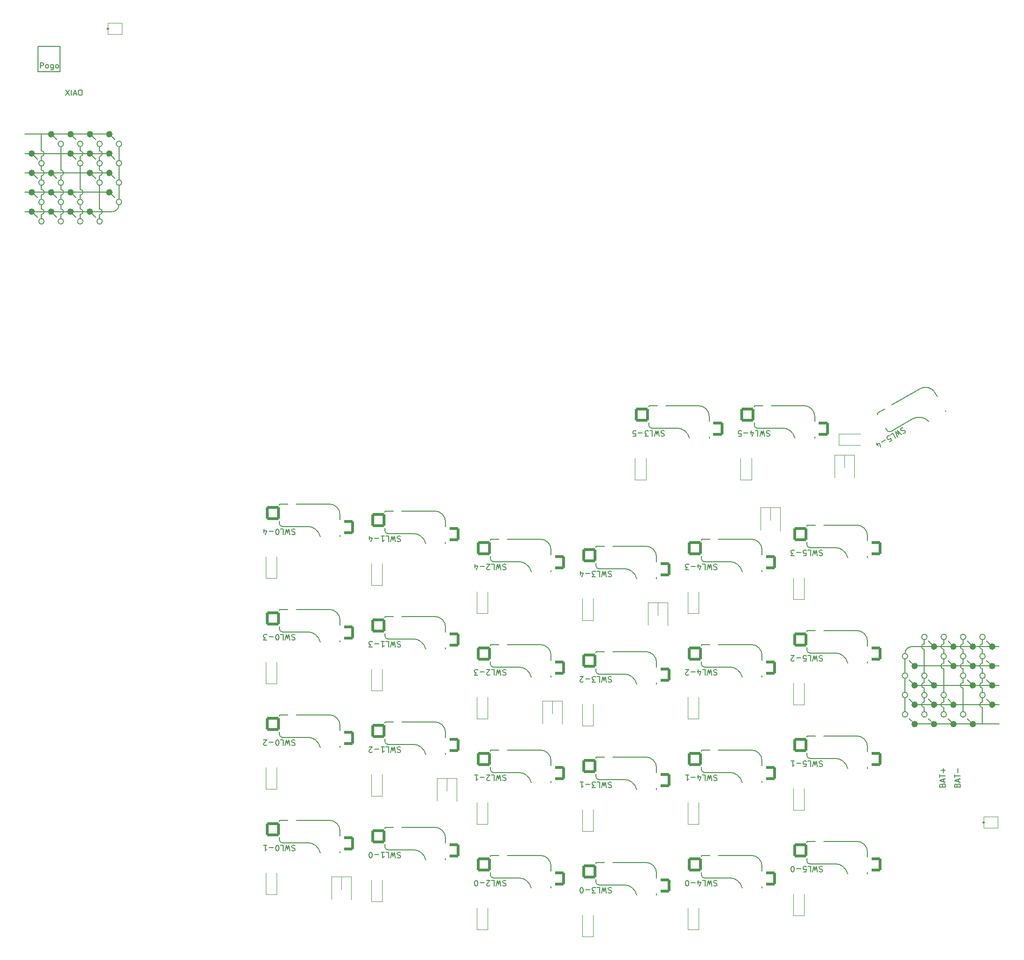
<source format=gbr>
%TF.GenerationSoftware,KiCad,Pcbnew,(6.0.7-1)-1*%
%TF.CreationDate,2023-01-14T16:38:51+08:00*%
%TF.ProjectId,prelude,7072656c-7564-4652-9e6b-696361645f70,rev?*%
%TF.SameCoordinates,Original*%
%TF.FileFunction,Legend,Top*%
%TF.FilePolarity,Positive*%
%FSLAX46Y46*%
G04 Gerber Fmt 4.6, Leading zero omitted, Abs format (unit mm)*
G04 Created by KiCad (PCBNEW (6.0.7-1)-1) date 2023-01-14 16:38:51*
%MOMM*%
%LPD*%
G01*
G04 APERTURE LIST*
G04 Aperture macros list*
%AMRoundRect*
0 Rectangle with rounded corners*
0 $1 Rounding radius*
0 $2 $3 $4 $5 $6 $7 $8 $9 X,Y pos of 4 corners*
0 Add a 4 corners polygon primitive as box body*
4,1,4,$2,$3,$4,$5,$6,$7,$8,$9,$2,$3,0*
0 Add four circle primitives for the rounded corners*
1,1,$1+$1,$2,$3*
1,1,$1+$1,$4,$5*
1,1,$1+$1,$6,$7*
1,1,$1+$1,$8,$9*
0 Add four rect primitives between the rounded corners*
20,1,$1+$1,$2,$3,$4,$5,0*
20,1,$1+$1,$4,$5,$6,$7,0*
20,1,$1+$1,$6,$7,$8,$9,0*
20,1,$1+$1,$8,$9,$2,$3,0*%
%AMRotRect*
0 Rectangle, with rotation*
0 The origin of the aperture is its center*
0 $1 length*
0 $2 width*
0 $3 Rotation angle, in degrees counterclockwise*
0 Add horizontal line*
21,1,$1,$2,0,0,$3*%
%AMFreePoly0*
4,1,27,0.669380,1.507580,0.673100,1.498600,0.673100,-1.498600,0.669380,-1.507580,0.660400,-1.511300,-0.254000,-1.511300,-0.255209,-1.510799,-0.256491,-1.511053,-0.259564,-1.508995,-0.262980,-1.507580,-0.263480,-1.506373,-0.264567,-1.505645,-0.924967,-0.515045,-0.925685,-0.511417,-0.927100,-0.508000,-0.927100,0.508000,-0.925685,0.511417,-0.924967,0.515045,-0.264567,1.505645,-0.263480,1.506373,
-0.262980,1.507580,-0.259564,1.508995,-0.256491,1.511053,-0.255209,1.510799,-0.254000,1.511300,0.660400,1.511300,0.669380,1.507580,0.669380,1.507580,$1*%
G04 Aperture macros list end*
%ADD10C,0.580000*%
%ADD11C,0.160000*%
%ADD12C,0.150000*%
%ADD13C,0.120000*%
%ADD14C,0.254000*%
%ADD15C,3.000000*%
%ADD16C,1.750000*%
%ADD17C,3.987800*%
%ADD18RoundRect,0.250000X1.025000X1.000000X-1.025000X1.000000X-1.025000X-1.000000X1.025000X-1.000000X0*%
%ADD19R,2.550000X2.500000*%
%ADD20C,3.400000*%
%ADD21RoundRect,0.250000X0.387676X1.378525X-1.387676X0.353525X-0.387676X-1.378525X1.387676X-0.353525X0*%
%ADD22RotRect,2.550000X2.500000X210.000000*%
%ADD23R,1.200000X0.900000*%
%ADD24R,0.900000X1.200000*%
%ADD25R,1.041400X1.524000*%
%ADD26FreePoly0,270.000000*%
%ADD27C,0.500000*%
%ADD28C,1.752600*%
%ADD29C,2.000000*%
%ADD30C,0.800000*%
%ADD31R,0.600000X0.600000*%
%ADD32R,0.800000X1.000000*%
%ADD33C,2.200000*%
G04 APERTURE END LIST*
D10*
X-1240000Y-126285000D02*
G75*
G03*
X-1240000Y-126285000I-290000J0D01*
G01*
X2260000Y-119285000D02*
G75*
G03*
X2260000Y-119285000I-290000J0D01*
G01*
D11*
X-2780000Y-124535000D02*
G75*
G03*
X-2780000Y-124535000I-500000J0D01*
G01*
X-1530000Y-112285000D02*
X-2530000Y-111285000D01*
X3220000Y-126285000D02*
X-5030000Y-126285000D01*
X220000Y-111035000D02*
X220000Y-111785000D01*
X-13780000Y-121535000D02*
X-13780000Y-123285000D01*
X-13780000Y-123285000D02*
X-13780000Y-124035000D01*
X-1530000Y-126285000D02*
X-2530000Y-125285000D01*
X-12030000Y-126285000D02*
X-13030000Y-125285000D01*
X-10280000Y-118035000D02*
X-10280000Y-118785000D01*
D10*
X-8240000Y-122785000D02*
G75*
G03*
X-8240000Y-122785000I-290000J0D01*
G01*
X-11740000Y-126285000D02*
G75*
G03*
X-11740000Y-126285000I-290000J0D01*
G01*
D11*
X720000Y-121035000D02*
G75*
G03*
X720000Y-121035000I-500000J0D01*
G01*
X220000Y-122285000D02*
G75*
G03*
X220000Y-123285000I0J-500000D01*
G01*
D10*
X-1240000Y-115785000D02*
G75*
G03*
X-1240000Y-115785000I-290000J0D01*
G01*
X-4740000Y-112285000D02*
G75*
G03*
X-4740000Y-112285000I-290000J0D01*
G01*
X-8240000Y-126285000D02*
G75*
G03*
X-8240000Y-126285000I-290000J0D01*
G01*
D11*
X-6780000Y-111785000D02*
G75*
G03*
X-6780000Y-112785000I0J-500000D01*
G01*
X-8530000Y-126285000D02*
X-12030000Y-126285000D01*
X-3280000Y-115285000D02*
G75*
G03*
X-3280000Y-116285000I0J-500000D01*
G01*
X-3280000Y-111035000D02*
X-3280000Y-111785000D01*
X-6780000Y-121535000D02*
X-6780000Y-122285000D01*
X-5030000Y-122785000D02*
X-6030000Y-121785000D01*
D10*
X-4740000Y-126285000D02*
G75*
G03*
X-4740000Y-126285000I-290000J0D01*
G01*
D11*
X-12030000Y-115785000D02*
X-13030000Y-114785000D01*
X-6780000Y-111035000D02*
X-6780000Y-111785000D01*
X-6780000Y-122285000D02*
G75*
G03*
X-6780000Y-123285000I0J-500000D01*
G01*
X-5030000Y-126285000D02*
X-6030000Y-125285000D01*
X-5030000Y-126285000D02*
X-8530000Y-126285000D01*
X-3280000Y-111785000D02*
G75*
G03*
X-3280000Y-112785000I0J-500000D01*
G01*
X-9780000Y-121035000D02*
G75*
G03*
X-9780000Y-121035000I-500000J0D01*
G01*
X-2780000Y-117535000D02*
G75*
G03*
X-2780000Y-117535000I-500000J0D01*
G01*
X-8530000Y-126285000D02*
X-9530000Y-125285000D01*
X-13780000Y-116285000D02*
X-13780000Y-117035000D01*
X-10280000Y-112785000D02*
X-10280000Y-117035000D01*
X-6780000Y-123285000D02*
X-6780000Y-124035000D01*
X-1530000Y-112285000D02*
X-5030000Y-112285000D01*
X-13280000Y-114035000D02*
G75*
G03*
X-13280000Y-114035000I-500000J0D01*
G01*
X1970000Y-122785000D02*
X970000Y-121785000D01*
X220000Y-111785000D02*
G75*
G03*
X220000Y-112785000I0J-500000D01*
G01*
X-3280000Y-116285000D02*
X-3280000Y-117035000D01*
X-10280000Y-121535000D02*
X-10280000Y-122285000D01*
X-5030000Y-112285000D02*
X-12530000Y-112285000D01*
X220000Y-118035000D02*
X220000Y-118785000D01*
X-1530000Y-115785000D02*
X-12030000Y-115785000D01*
X-13280000Y-117535000D02*
G75*
G03*
X-13280000Y-117535000I-500000J0D01*
G01*
X-12530000Y-112285000D02*
G75*
G03*
X-13780000Y-113535000I0J-1250000D01*
G01*
X-10280000Y-119785000D02*
X-10280000Y-120535000D01*
X1970000Y-119285000D02*
X970000Y-118285000D01*
X-10280000Y-123285000D02*
X-10280000Y-124035000D01*
X-6780000Y-116285000D02*
X-6780000Y-120535000D01*
X3220000Y-115785000D02*
X-1530000Y-115785000D01*
X220000Y-116285000D02*
X220000Y-117035000D01*
X-3280000Y-119785000D02*
X-3280000Y-124035000D01*
X-6280000Y-114035000D02*
G75*
G03*
X-6280000Y-114035000I-500000J0D01*
G01*
D10*
X-8240000Y-119285000D02*
G75*
G03*
X-8240000Y-119285000I-290000J0D01*
G01*
D11*
X-12030000Y-119285000D02*
X-13030000Y-118285000D01*
D10*
X2260000Y-122785000D02*
G75*
G03*
X2260000Y-122785000I-290000J0D01*
G01*
D11*
X-10280000Y-122285000D02*
G75*
G03*
X-10280000Y-123285000I0J-500000D01*
G01*
X-10280000Y-118785000D02*
G75*
G03*
X-10280000Y-119785000I0J-500000D01*
G01*
X220000Y-115285000D02*
G75*
G03*
X220000Y-116285000I0J-500000D01*
G01*
D10*
X2260000Y-115785000D02*
G75*
G03*
X2260000Y-115785000I-290000J0D01*
G01*
D11*
X-8530000Y-122785000D02*
X-12030000Y-122785000D01*
X720000Y-114035000D02*
G75*
G03*
X720000Y-114035000I-500000J0D01*
G01*
X-3280000Y-118785000D02*
G75*
G03*
X-3280000Y-119785000I0J-500000D01*
G01*
X720000Y-117535000D02*
G75*
G03*
X720000Y-117535000I-500000J0D01*
G01*
X720000Y-110535000D02*
G75*
G03*
X720000Y-110535000I-500000J0D01*
G01*
X-13780000Y-114535000D02*
X-13780000Y-116285000D01*
D10*
X-1240000Y-119285000D02*
G75*
G03*
X-1240000Y-119285000I-290000J0D01*
G01*
D11*
X-8530000Y-119285000D02*
X-9530000Y-118285000D01*
X-10280000Y-111035000D02*
X-10280000Y-111785000D01*
X-1530000Y-119285000D02*
X-2530000Y-118285000D01*
X-13780000Y-119785000D02*
X-13780000Y-120535000D01*
X-6280000Y-121035000D02*
G75*
G03*
X-6280000Y-121035000I-500000J0D01*
G01*
X220000Y-121535000D02*
X220000Y-122285000D01*
X-1530000Y-115785000D02*
X-2530000Y-114785000D01*
X-3280000Y-114535000D02*
X-3280000Y-115285000D01*
X-6280000Y-124535000D02*
G75*
G03*
X-6280000Y-124535000I-500000J0D01*
G01*
X220000Y-119785000D02*
X220000Y-120535000D01*
X-10280000Y-111785000D02*
G75*
G03*
X-10280000Y-112785000I0J-500000D01*
G01*
X1970000Y-119285000D02*
X-1530000Y-119285000D01*
X220000Y-118785000D02*
G75*
G03*
X220000Y-119785000I0J-500000D01*
G01*
X-2780000Y-114035000D02*
G75*
G03*
X-2780000Y-114035000I-500000J0D01*
G01*
X3220000Y-112285000D02*
X-1530000Y-112285000D01*
D10*
X-11740000Y-119285000D02*
G75*
G03*
X-11740000Y-119285000I-290000J0D01*
G01*
D11*
X-3280000Y-118035000D02*
X-3280000Y-118785000D01*
X-13780000Y-118035000D02*
X-13780000Y-119785000D01*
X1970000Y-112285000D02*
X970000Y-111285000D01*
X-9780000Y-124535000D02*
G75*
G03*
X-9780000Y-124535000I-500000J0D01*
G01*
X-8530000Y-122785000D02*
X-9530000Y-121785000D01*
D10*
X2260000Y-112285000D02*
G75*
G03*
X2260000Y-112285000I-290000J0D01*
G01*
D11*
X-6780000Y-112785000D02*
X-6780000Y-113535000D01*
X-13280000Y-121035000D02*
G75*
G03*
X-13280000Y-121035000I-500000J0D01*
G01*
D10*
X-11740000Y-122785000D02*
G75*
G03*
X-11740000Y-122785000I-290000J0D01*
G01*
D11*
X-5030000Y-115785000D02*
X-6030000Y-114785000D01*
X-3280000Y-112785000D02*
X-3280000Y-113535000D01*
X-6780000Y-115285000D02*
G75*
G03*
X-6780000Y-116285000I0J-500000D01*
G01*
X-6280000Y-110535000D02*
G75*
G03*
X-6280000Y-110535000I-500000J0D01*
G01*
X-8530000Y-112285000D02*
X-9530000Y-111285000D01*
X220000Y-112785000D02*
X220000Y-113535000D01*
X-13280000Y-124535000D02*
G75*
G03*
X-13280000Y-124535000I-500000J0D01*
G01*
D10*
X-4740000Y-115785000D02*
G75*
G03*
X-4740000Y-115785000I-290000J0D01*
G01*
X-8240000Y-112285000D02*
G75*
G03*
X-8240000Y-112285000I-290000J0D01*
G01*
D11*
X-12030000Y-122785000D02*
X-13030000Y-121785000D01*
X220000Y-123285000D02*
X220000Y-126285000D01*
X-9780000Y-110535000D02*
G75*
G03*
X-9780000Y-110535000I-500000J0D01*
G01*
X3220000Y-122785000D02*
X-8530000Y-122785000D01*
X-9780000Y-117535000D02*
G75*
G03*
X-9780000Y-117535000I-500000J0D01*
G01*
X-5030000Y-112285000D02*
X-6030000Y-111285000D01*
D10*
X-11740000Y-115785000D02*
G75*
G03*
X-11740000Y-115785000I-290000J0D01*
G01*
D11*
X220000Y-114535000D02*
X220000Y-115285000D01*
X-2780000Y-110535000D02*
G75*
G03*
X-2780000Y-110535000I-500000J0D01*
G01*
D10*
X-4740000Y-122785000D02*
G75*
G03*
X-4740000Y-122785000I-290000J0D01*
G01*
D11*
X3220000Y-119285000D02*
X-12030000Y-119285000D01*
X1970000Y-115785000D02*
X970000Y-114785000D01*
X-6780000Y-114535000D02*
X-6780000Y-115285000D01*
D10*
X-1240000Y-112285000D02*
G75*
G03*
X-1240000Y-112285000I-290000J0D01*
G01*
D11*
X-156965000Y-33685000D02*
G75*
G03*
X-155715000Y-32435000I0J1250000D01*
G01*
X-167965000Y-33685000D02*
X-166965000Y-34685000D01*
D10*
X-167675000Y-33685000D02*
G75*
G03*
X-167675000Y-33685000I-290000J0D01*
G01*
D11*
X-166215000Y-33185000D02*
X-166215000Y-32435000D01*
X-166215000Y-34185000D02*
G75*
G03*
X-166215000Y-33185000I0J500000D01*
G01*
X-165715000Y-35435000D02*
G75*
G03*
X-165715000Y-35435000I-500000J0D01*
G01*
X-167965000Y-33685000D02*
X-164465000Y-33685000D01*
X-169715000Y-34935000D02*
X-169715000Y-34185000D01*
X-160965000Y-33685000D02*
X-159965000Y-34685000D01*
D10*
X-160675000Y-33685000D02*
G75*
G03*
X-160675000Y-33685000I-290000J0D01*
G01*
D11*
X-159215000Y-34185000D02*
G75*
G03*
X-159215000Y-33185000I0J500000D01*
G01*
X-158715000Y-35435000D02*
G75*
G03*
X-158715000Y-35435000I-500000J0D01*
G01*
X-162715000Y-34935000D02*
X-162715000Y-34185000D01*
X-164465000Y-33685000D02*
X-163465000Y-34685000D01*
X-162215000Y-35435000D02*
G75*
G03*
X-162215000Y-35435000I-500000J0D01*
G01*
X-162715000Y-34185000D02*
G75*
G03*
X-162715000Y-33185000I0J500000D01*
G01*
D10*
X-164175000Y-33685000D02*
G75*
G03*
X-164175000Y-33685000I-290000J0D01*
G01*
D11*
X-162715000Y-33185000D02*
X-162715000Y-32435000D01*
X-164465000Y-33685000D02*
X-156965000Y-33685000D01*
X-159215000Y-34935000D02*
X-159215000Y-34185000D01*
X-171465000Y-33685000D02*
X-170465000Y-34685000D01*
X-169215000Y-35435000D02*
G75*
G03*
X-169215000Y-35435000I-500000J0D01*
G01*
X-169715000Y-34185000D02*
G75*
G03*
X-169715000Y-33185000I0J500000D01*
G01*
D10*
X-171175000Y-33685000D02*
G75*
G03*
X-171175000Y-33685000I-290000J0D01*
G01*
D11*
X-169715000Y-33185000D02*
X-169715000Y-32435000D01*
X-172715000Y-33685000D02*
X-167965000Y-33685000D01*
X-166215000Y-34935000D02*
X-166215000Y-34185000D01*
X-167965000Y-26685000D02*
X-166965000Y-27685000D01*
D10*
X-167675000Y-26685000D02*
G75*
G03*
X-167675000Y-26685000I-290000J0D01*
G01*
D11*
X-166215000Y-27185000D02*
G75*
G03*
X-166215000Y-26185000I0J500000D01*
G01*
X-165715000Y-28435000D02*
G75*
G03*
X-165715000Y-28435000I-500000J0D01*
G01*
X-155715000Y-31435000D02*
X-155715000Y-29685000D01*
X-157465000Y-30185000D02*
X-156465000Y-31185000D01*
X-155215000Y-31935000D02*
G75*
G03*
X-155215000Y-31935000I-500000J0D01*
G01*
D10*
X-157175000Y-30185000D02*
G75*
G03*
X-157175000Y-30185000I-290000J0D01*
G01*
D11*
X-155715000Y-29685000D02*
X-155715000Y-28935000D01*
X-155715000Y-27935000D02*
X-155715000Y-26185000D01*
X-157465000Y-26685000D02*
X-156465000Y-27685000D01*
X-155215000Y-28435000D02*
G75*
G03*
X-155215000Y-28435000I-500000J0D01*
G01*
D10*
X-157175000Y-26685000D02*
G75*
G03*
X-157175000Y-26685000I-290000J0D01*
G01*
D11*
X-155715000Y-26185000D02*
X-155715000Y-25435000D01*
X-169715000Y-31435000D02*
X-169715000Y-30685000D01*
X-171465000Y-30185000D02*
X-170465000Y-31185000D01*
X-169215000Y-31935000D02*
G75*
G03*
X-169215000Y-31935000I-500000J0D01*
G01*
X-169715000Y-30685000D02*
G75*
G03*
X-169715000Y-29685000I0J500000D01*
G01*
D10*
X-171175000Y-30185000D02*
G75*
G03*
X-171175000Y-30185000I-290000J0D01*
G01*
D11*
X-169715000Y-29685000D02*
X-169715000Y-28935000D01*
X-172715000Y-30185000D02*
X-167965000Y-30185000D01*
X-169715000Y-27935000D02*
X-169715000Y-27185000D01*
X-160965000Y-26685000D02*
X-159965000Y-27685000D01*
D10*
X-160675000Y-26685000D02*
G75*
G03*
X-160675000Y-26685000I-290000J0D01*
G01*
D11*
X-159215000Y-26185000D02*
X-159215000Y-25435000D01*
X-159215000Y-27185000D02*
G75*
G03*
X-159215000Y-26185000I0J500000D01*
G01*
X-158715000Y-28435000D02*
G75*
G03*
X-158715000Y-28435000I-500000J0D01*
G01*
X-172715000Y-26685000D02*
X-157465000Y-26685000D01*
X-162715000Y-31435000D02*
X-162715000Y-30685000D01*
X-164465000Y-30185000D02*
X-163465000Y-31185000D01*
X-162215000Y-31935000D02*
G75*
G03*
X-162215000Y-31935000I-500000J0D01*
G01*
X-162715000Y-30685000D02*
G75*
G03*
X-162715000Y-29685000I0J500000D01*
G01*
D10*
X-164175000Y-30185000D02*
G75*
G03*
X-164175000Y-30185000I-290000J0D01*
G01*
D11*
X-159215000Y-27935000D02*
X-159215000Y-27185000D01*
X-171465000Y-26685000D02*
X-170465000Y-27685000D01*
X-169215000Y-28435000D02*
G75*
G03*
X-169215000Y-28435000I-500000J0D01*
G01*
X-169715000Y-27185000D02*
G75*
G03*
X-169715000Y-26185000I0J500000D01*
G01*
D10*
X-171175000Y-26685000D02*
G75*
G03*
X-171175000Y-26685000I-290000J0D01*
G01*
D11*
X-169715000Y-26185000D02*
X-169715000Y-25435000D01*
X-171465000Y-26685000D02*
X-167965000Y-26685000D01*
X-165715000Y-31935000D02*
G75*
G03*
X-165715000Y-31935000I-500000J0D01*
G01*
X-166215000Y-29685000D02*
X-166215000Y-28935000D01*
X-166215000Y-27935000D02*
X-166215000Y-27185000D01*
X-166215000Y-31435000D02*
X-166215000Y-30685000D01*
X-167965000Y-30185000D02*
X-166965000Y-31185000D01*
X-167965000Y-30185000D02*
X-157465000Y-30185000D01*
X-166215000Y-30685000D02*
G75*
G03*
X-166215000Y-29685000I0J500000D01*
G01*
D10*
X-167675000Y-30185000D02*
G75*
G03*
X-167675000Y-30185000I-290000J0D01*
G01*
D11*
X-155715000Y-24435000D02*
X-155715000Y-22685000D01*
X-157465000Y-23185000D02*
X-156465000Y-24185000D01*
X-155215000Y-24935000D02*
G75*
G03*
X-155215000Y-24935000I-500000J0D01*
G01*
D10*
X-157175000Y-23185000D02*
G75*
G03*
X-157175000Y-23185000I-290000J0D01*
G01*
D11*
X-155715000Y-22685000D02*
X-155715000Y-21935000D01*
X-157465000Y-19685000D02*
X-156465000Y-20685000D01*
X-155215000Y-21435000D02*
G75*
G03*
X-155215000Y-21435000I-500000J0D01*
G01*
D10*
X-157175000Y-19685000D02*
G75*
G03*
X-157175000Y-19685000I-290000J0D01*
G01*
D11*
X-160965000Y-19685000D02*
X-159965000Y-20685000D01*
D10*
X-160675000Y-19685000D02*
G75*
G03*
X-160675000Y-19685000I-290000J0D01*
G01*
D11*
X-158715000Y-21435000D02*
G75*
G03*
X-158715000Y-21435000I-500000J0D01*
G01*
X-160965000Y-19685000D02*
X-157465000Y-19685000D01*
X-162715000Y-24435000D02*
X-162715000Y-23685000D01*
X-164465000Y-23185000D02*
X-163465000Y-24185000D01*
X-162215000Y-24935000D02*
G75*
G03*
X-162215000Y-24935000I-500000J0D01*
G01*
X-162715000Y-23685000D02*
G75*
G03*
X-162715000Y-22685000I0J500000D01*
G01*
D10*
X-164175000Y-23185000D02*
G75*
G03*
X-164175000Y-23185000I-290000J0D01*
G01*
D11*
X-162715000Y-22685000D02*
X-162715000Y-21935000D01*
X-172715000Y-23185000D02*
X-160965000Y-23185000D01*
X-162715000Y-29685000D02*
X-162715000Y-25435000D01*
X-164465000Y-19685000D02*
X-163465000Y-20685000D01*
X-162215000Y-21435000D02*
G75*
G03*
X-162215000Y-21435000I-500000J0D01*
G01*
D10*
X-164175000Y-19685000D02*
G75*
G03*
X-164175000Y-19685000I-290000J0D01*
G01*
D11*
X-164465000Y-19685000D02*
X-160965000Y-19685000D01*
X-158715000Y-24935000D02*
G75*
G03*
X-158715000Y-24935000I-500000J0D01*
G01*
X-159215000Y-22685000D02*
X-159215000Y-21935000D01*
X-159215000Y-33185000D02*
X-159215000Y-28935000D01*
X-159215000Y-24435000D02*
X-159215000Y-23685000D01*
X-160965000Y-23185000D02*
X-159965000Y-24185000D01*
X-160965000Y-23185000D02*
X-157465000Y-23185000D01*
X-159215000Y-23685000D02*
G75*
G03*
X-159215000Y-22685000I0J500000D01*
G01*
D10*
X-160675000Y-23185000D02*
G75*
G03*
X-160675000Y-23185000I-290000J0D01*
G01*
D11*
X-166215000Y-26185000D02*
X-166215000Y-21935000D01*
X-167965000Y-19685000D02*
X-166965000Y-20685000D01*
X-165715000Y-21435000D02*
G75*
G03*
X-165715000Y-21435000I-500000J0D01*
G01*
D10*
X-167675000Y-19685000D02*
G75*
G03*
X-167675000Y-19685000I-290000J0D01*
G01*
D11*
X-172715000Y-19685000D02*
X-164465000Y-19685000D01*
X-169715000Y-24435000D02*
X-169715000Y-23685000D01*
X-171465000Y-23185000D02*
X-170465000Y-24185000D01*
X-169215000Y-24935000D02*
G75*
G03*
X-169215000Y-24935000I-500000J0D01*
G01*
X-169715000Y-23685000D02*
G75*
G03*
X-169715000Y-22685000I0J500000D01*
G01*
D10*
X-171175000Y-23185000D02*
G75*
G03*
X-171175000Y-23185000I-290000J0D01*
G01*
D11*
X-169715000Y-22685000D02*
X-169715000Y-19685000D01*
X-4361428Y-137324571D02*
X-4313809Y-137181714D01*
X-4266190Y-137134095D01*
X-4170952Y-137086476D01*
X-4028095Y-137086476D01*
X-3932857Y-137134095D01*
X-3885238Y-137181714D01*
X-3837619Y-137276952D01*
X-3837619Y-137657904D01*
X-4837619Y-137657904D01*
X-4837619Y-137324571D01*
X-4790000Y-137229333D01*
X-4742380Y-137181714D01*
X-4647142Y-137134095D01*
X-4551904Y-137134095D01*
X-4456666Y-137181714D01*
X-4409047Y-137229333D01*
X-4361428Y-137324571D01*
X-4361428Y-137657904D01*
X-4123333Y-136705523D02*
X-4123333Y-136229333D01*
X-3837619Y-136800761D02*
X-4837619Y-136467428D01*
X-3837619Y-136134095D01*
X-4837619Y-135943619D02*
X-4837619Y-135372190D01*
X-3837619Y-135657904D02*
X-4837619Y-135657904D01*
X-4218571Y-135038857D02*
X-4218571Y-134276952D01*
X-7011428Y-137324571D02*
X-6963809Y-137181714D01*
X-6916190Y-137134095D01*
X-6820952Y-137086476D01*
X-6678095Y-137086476D01*
X-6582857Y-137134095D01*
X-6535238Y-137181714D01*
X-6487619Y-137276952D01*
X-6487619Y-137657904D01*
X-7487619Y-137657904D01*
X-7487619Y-137324571D01*
X-7440000Y-137229333D01*
X-7392380Y-137181714D01*
X-7297142Y-137134095D01*
X-7201904Y-137134095D01*
X-7106666Y-137181714D01*
X-7059047Y-137229333D01*
X-7011428Y-137324571D01*
X-7011428Y-137657904D01*
X-6773333Y-136705523D02*
X-6773333Y-136229333D01*
X-6487619Y-136800761D02*
X-7487619Y-136467428D01*
X-6487619Y-136134095D01*
X-7487619Y-135943619D02*
X-7487619Y-135372190D01*
X-6487619Y-135657904D02*
X-7487619Y-135657904D01*
X-6868571Y-135038857D02*
X-6868571Y-134276952D01*
X-6487619Y-134657904D02*
X-7249523Y-134657904D01*
X-170300000Y-3800000D02*
X-166400000Y-3800000D01*
X-166400000Y-3800000D02*
X-166400000Y-8400000D01*
X-166400000Y-8400000D02*
X-170300000Y-8400000D01*
X-170300000Y-8400000D02*
X-170300000Y-3800000D01*
X-169919047Y-7752380D02*
X-169919047Y-6752380D01*
X-169538095Y-6752380D01*
X-169442857Y-6800000D01*
X-169395238Y-6847619D01*
X-169347619Y-6942857D01*
X-169347619Y-7085714D01*
X-169395238Y-7180952D01*
X-169442857Y-7228571D01*
X-169538095Y-7276190D01*
X-169919047Y-7276190D01*
X-168776190Y-7752380D02*
X-168871428Y-7704761D01*
X-168919047Y-7657142D01*
X-168966666Y-7561904D01*
X-168966666Y-7276190D01*
X-168919047Y-7180952D01*
X-168871428Y-7133333D01*
X-168776190Y-7085714D01*
X-168633333Y-7085714D01*
X-168538095Y-7133333D01*
X-168490476Y-7180952D01*
X-168442857Y-7276190D01*
X-168442857Y-7561904D01*
X-168490476Y-7657142D01*
X-168538095Y-7704761D01*
X-168633333Y-7752380D01*
X-168776190Y-7752380D01*
X-167585714Y-7085714D02*
X-167585714Y-7895238D01*
X-167633333Y-7990476D01*
X-167680952Y-8038095D01*
X-167776190Y-8085714D01*
X-167919047Y-8085714D01*
X-168014285Y-8038095D01*
X-167585714Y-7704761D02*
X-167680952Y-7752380D01*
X-167871428Y-7752380D01*
X-167966666Y-7704761D01*
X-168014285Y-7657142D01*
X-168061904Y-7561904D01*
X-168061904Y-7276190D01*
X-168014285Y-7180952D01*
X-167966666Y-7133333D01*
X-167871428Y-7085714D01*
X-167680952Y-7085714D01*
X-167585714Y-7133333D01*
X-166966666Y-7752380D02*
X-167061904Y-7704761D01*
X-167109523Y-7657142D01*
X-167157142Y-7561904D01*
X-167157142Y-7276190D01*
X-167109523Y-7180952D01*
X-167061904Y-7133333D01*
X-166966666Y-7085714D01*
X-166823809Y-7085714D01*
X-166728571Y-7133333D01*
X-166680952Y-7180952D01*
X-166633333Y-7276190D01*
X-166633333Y-7561904D01*
X-166680952Y-7657142D01*
X-166728571Y-7704761D01*
X-166823809Y-7752380D01*
X-166966666Y-7752380D01*
D12*
%TO.C,SWL3-0*%
X-66785976Y-155852238D02*
X-66928833Y-155804619D01*
X-67166928Y-155804619D01*
X-67262166Y-155852238D01*
X-67309785Y-155899857D01*
X-67357404Y-155995095D01*
X-67357404Y-156090333D01*
X-67309785Y-156185571D01*
X-67262166Y-156233190D01*
X-67166928Y-156280809D01*
X-66976452Y-156328428D01*
X-66881214Y-156376047D01*
X-66833595Y-156423666D01*
X-66785976Y-156518904D01*
X-66785976Y-156614142D01*
X-66833595Y-156709380D01*
X-66881214Y-156757000D01*
X-66976452Y-156804619D01*
X-67214547Y-156804619D01*
X-67357404Y-156757000D01*
X-67690738Y-156804619D02*
X-67928833Y-155804619D01*
X-68119309Y-156518904D01*
X-68309785Y-155804619D01*
X-68547880Y-156804619D01*
X-69405023Y-155804619D02*
X-68928833Y-155804619D01*
X-68928833Y-156804619D01*
X-69643119Y-156804619D02*
X-70262166Y-156804619D01*
X-69928833Y-156423666D01*
X-70071690Y-156423666D01*
X-70166928Y-156376047D01*
X-70214547Y-156328428D01*
X-70262166Y-156233190D01*
X-70262166Y-155995095D01*
X-70214547Y-155899857D01*
X-70166928Y-155852238D01*
X-70071690Y-155804619D01*
X-69785976Y-155804619D01*
X-69690738Y-155852238D01*
X-69643119Y-155899857D01*
X-70690738Y-156185571D02*
X-71452642Y-156185571D01*
X-72119309Y-156804619D02*
X-72214547Y-156804619D01*
X-72309785Y-156757000D01*
X-72357404Y-156709380D01*
X-72405023Y-156614142D01*
X-72452642Y-156423666D01*
X-72452642Y-156185571D01*
X-72405023Y-155995095D01*
X-72357404Y-155899857D01*
X-72309785Y-155852238D01*
X-72214547Y-155804619D01*
X-72119309Y-155804619D01*
X-72024071Y-155852238D01*
X-71976452Y-155899857D01*
X-71928833Y-155995095D01*
X-71881214Y-156185571D01*
X-71881214Y-156423666D01*
X-71928833Y-156614142D01*
X-71976452Y-156709380D01*
X-72024071Y-156757000D01*
X-72119309Y-156804619D01*
%TO.C,SWL0-1*%
X-123935976Y-148232238D02*
X-124078833Y-148184619D01*
X-124316928Y-148184619D01*
X-124412166Y-148232238D01*
X-124459785Y-148279857D01*
X-124507404Y-148375095D01*
X-124507404Y-148470333D01*
X-124459785Y-148565571D01*
X-124412166Y-148613190D01*
X-124316928Y-148660809D01*
X-124126452Y-148708428D01*
X-124031214Y-148756047D01*
X-123983595Y-148803666D01*
X-123935976Y-148898904D01*
X-123935976Y-148994142D01*
X-123983595Y-149089380D01*
X-124031214Y-149137000D01*
X-124126452Y-149184619D01*
X-124364547Y-149184619D01*
X-124507404Y-149137000D01*
X-124840738Y-149184619D02*
X-125078833Y-148184619D01*
X-125269309Y-148898904D01*
X-125459785Y-148184619D01*
X-125697880Y-149184619D01*
X-126555023Y-148184619D02*
X-126078833Y-148184619D01*
X-126078833Y-149184619D01*
X-127078833Y-149184619D02*
X-127174071Y-149184619D01*
X-127269309Y-149137000D01*
X-127316928Y-149089380D01*
X-127364547Y-148994142D01*
X-127412166Y-148803666D01*
X-127412166Y-148565571D01*
X-127364547Y-148375095D01*
X-127316928Y-148279857D01*
X-127269309Y-148232238D01*
X-127174071Y-148184619D01*
X-127078833Y-148184619D01*
X-126983595Y-148232238D01*
X-126935976Y-148279857D01*
X-126888357Y-148375095D01*
X-126840738Y-148565571D01*
X-126840738Y-148803666D01*
X-126888357Y-148994142D01*
X-126935976Y-149089380D01*
X-126983595Y-149137000D01*
X-127078833Y-149184619D01*
X-127840738Y-148565571D02*
X-128602642Y-148565571D01*
X-129602642Y-148184619D02*
X-129031214Y-148184619D01*
X-129316928Y-148184619D02*
X-129316928Y-149184619D01*
X-129221690Y-149041761D01*
X-129126452Y-148946523D01*
X-129031214Y-148898904D01*
%TO.C,SWL3-4*%
X-66785976Y-98702238D02*
X-66928833Y-98654619D01*
X-67166928Y-98654619D01*
X-67262166Y-98702238D01*
X-67309785Y-98749857D01*
X-67357404Y-98845095D01*
X-67357404Y-98940333D01*
X-67309785Y-99035571D01*
X-67262166Y-99083190D01*
X-67166928Y-99130809D01*
X-66976452Y-99178428D01*
X-66881214Y-99226047D01*
X-66833595Y-99273666D01*
X-66785976Y-99368904D01*
X-66785976Y-99464142D01*
X-66833595Y-99559380D01*
X-66881214Y-99607000D01*
X-66976452Y-99654619D01*
X-67214547Y-99654619D01*
X-67357404Y-99607000D01*
X-67690738Y-99654619D02*
X-67928833Y-98654619D01*
X-68119309Y-99368904D01*
X-68309785Y-98654619D01*
X-68547880Y-99654619D01*
X-69405023Y-98654619D02*
X-68928833Y-98654619D01*
X-68928833Y-99654619D01*
X-69643119Y-99654619D02*
X-70262166Y-99654619D01*
X-69928833Y-99273666D01*
X-70071690Y-99273666D01*
X-70166928Y-99226047D01*
X-70214547Y-99178428D01*
X-70262166Y-99083190D01*
X-70262166Y-98845095D01*
X-70214547Y-98749857D01*
X-70166928Y-98702238D01*
X-70071690Y-98654619D01*
X-69785976Y-98654619D01*
X-69690738Y-98702238D01*
X-69643119Y-98749857D01*
X-70690738Y-99035571D02*
X-71452642Y-99035571D01*
X-72357404Y-99321285D02*
X-72357404Y-98654619D01*
X-72119309Y-99702238D02*
X-71881214Y-98987952D01*
X-72500261Y-98987952D01*
%TO.C,SWL5-2*%
X-28685976Y-113942238D02*
X-28828833Y-113894619D01*
X-29066928Y-113894619D01*
X-29162166Y-113942238D01*
X-29209785Y-113989857D01*
X-29257404Y-114085095D01*
X-29257404Y-114180333D01*
X-29209785Y-114275571D01*
X-29162166Y-114323190D01*
X-29066928Y-114370809D01*
X-28876452Y-114418428D01*
X-28781214Y-114466047D01*
X-28733595Y-114513666D01*
X-28685976Y-114608904D01*
X-28685976Y-114704142D01*
X-28733595Y-114799380D01*
X-28781214Y-114847000D01*
X-28876452Y-114894619D01*
X-29114547Y-114894619D01*
X-29257404Y-114847000D01*
X-29590738Y-114894619D02*
X-29828833Y-113894619D01*
X-30019309Y-114608904D01*
X-30209785Y-113894619D01*
X-30447880Y-114894619D01*
X-31305023Y-113894619D02*
X-30828833Y-113894619D01*
X-30828833Y-114894619D01*
X-32114547Y-114894619D02*
X-31638357Y-114894619D01*
X-31590738Y-114418428D01*
X-31638357Y-114466047D01*
X-31733595Y-114513666D01*
X-31971690Y-114513666D01*
X-32066928Y-114466047D01*
X-32114547Y-114418428D01*
X-32162166Y-114323190D01*
X-32162166Y-114085095D01*
X-32114547Y-113989857D01*
X-32066928Y-113942238D01*
X-31971690Y-113894619D01*
X-31733595Y-113894619D01*
X-31638357Y-113942238D01*
X-31590738Y-113989857D01*
X-32590738Y-114275571D02*
X-33352642Y-114275571D01*
X-33781214Y-114799380D02*
X-33828833Y-114847000D01*
X-33924071Y-114894619D01*
X-34162166Y-114894619D01*
X-34257404Y-114847000D01*
X-34305023Y-114799380D01*
X-34352642Y-114704142D01*
X-34352642Y-114608904D01*
X-34305023Y-114466047D01*
X-33733595Y-113894619D01*
X-34352642Y-113894619D01*
%TO.C,SWL4-2*%
X-47735976Y-116482238D02*
X-47878833Y-116434619D01*
X-48116928Y-116434619D01*
X-48212166Y-116482238D01*
X-48259785Y-116529857D01*
X-48307404Y-116625095D01*
X-48307404Y-116720333D01*
X-48259785Y-116815571D01*
X-48212166Y-116863190D01*
X-48116928Y-116910809D01*
X-47926452Y-116958428D01*
X-47831214Y-117006047D01*
X-47783595Y-117053666D01*
X-47735976Y-117148904D01*
X-47735976Y-117244142D01*
X-47783595Y-117339380D01*
X-47831214Y-117387000D01*
X-47926452Y-117434619D01*
X-48164547Y-117434619D01*
X-48307404Y-117387000D01*
X-48640738Y-117434619D02*
X-48878833Y-116434619D01*
X-49069309Y-117148904D01*
X-49259785Y-116434619D01*
X-49497880Y-117434619D01*
X-50355023Y-116434619D02*
X-49878833Y-116434619D01*
X-49878833Y-117434619D01*
X-51116928Y-117101285D02*
X-51116928Y-116434619D01*
X-50878833Y-117482238D02*
X-50640738Y-116767952D01*
X-51259785Y-116767952D01*
X-51640738Y-116815571D02*
X-52402642Y-116815571D01*
X-52831214Y-117339380D02*
X-52878833Y-117387000D01*
X-52974071Y-117434619D01*
X-53212166Y-117434619D01*
X-53307404Y-117387000D01*
X-53355023Y-117339380D01*
X-53402642Y-117244142D01*
X-53402642Y-117148904D01*
X-53355023Y-117006047D01*
X-52783595Y-116434619D01*
X-53402642Y-116434619D01*
%TO.C,SWL3-2*%
X-66785976Y-117752238D02*
X-66928833Y-117704619D01*
X-67166928Y-117704619D01*
X-67262166Y-117752238D01*
X-67309785Y-117799857D01*
X-67357404Y-117895095D01*
X-67357404Y-117990333D01*
X-67309785Y-118085571D01*
X-67262166Y-118133190D01*
X-67166928Y-118180809D01*
X-66976452Y-118228428D01*
X-66881214Y-118276047D01*
X-66833595Y-118323666D01*
X-66785976Y-118418904D01*
X-66785976Y-118514142D01*
X-66833595Y-118609380D01*
X-66881214Y-118657000D01*
X-66976452Y-118704619D01*
X-67214547Y-118704619D01*
X-67357404Y-118657000D01*
X-67690738Y-118704619D02*
X-67928833Y-117704619D01*
X-68119309Y-118418904D01*
X-68309785Y-117704619D01*
X-68547880Y-118704619D01*
X-69405023Y-117704619D02*
X-68928833Y-117704619D01*
X-68928833Y-118704619D01*
X-69643119Y-118704619D02*
X-70262166Y-118704619D01*
X-69928833Y-118323666D01*
X-70071690Y-118323666D01*
X-70166928Y-118276047D01*
X-70214547Y-118228428D01*
X-70262166Y-118133190D01*
X-70262166Y-117895095D01*
X-70214547Y-117799857D01*
X-70166928Y-117752238D01*
X-70071690Y-117704619D01*
X-69785976Y-117704619D01*
X-69690738Y-117752238D01*
X-69643119Y-117799857D01*
X-70690738Y-118085571D02*
X-71452642Y-118085571D01*
X-71881214Y-118609380D02*
X-71928833Y-118657000D01*
X-72024071Y-118704619D01*
X-72262166Y-118704619D01*
X-72357404Y-118657000D01*
X-72405023Y-118609380D01*
X-72452642Y-118514142D01*
X-72452642Y-118418904D01*
X-72405023Y-118276047D01*
X-71833595Y-117704619D01*
X-72452642Y-117704619D01*
%TO.C,SWL1-0*%
X-104885976Y-149502238D02*
X-105028833Y-149454619D01*
X-105266928Y-149454619D01*
X-105362166Y-149502238D01*
X-105409785Y-149549857D01*
X-105457404Y-149645095D01*
X-105457404Y-149740333D01*
X-105409785Y-149835571D01*
X-105362166Y-149883190D01*
X-105266928Y-149930809D01*
X-105076452Y-149978428D01*
X-104981214Y-150026047D01*
X-104933595Y-150073666D01*
X-104885976Y-150168904D01*
X-104885976Y-150264142D01*
X-104933595Y-150359380D01*
X-104981214Y-150407000D01*
X-105076452Y-150454619D01*
X-105314547Y-150454619D01*
X-105457404Y-150407000D01*
X-105790738Y-150454619D02*
X-106028833Y-149454619D01*
X-106219309Y-150168904D01*
X-106409785Y-149454619D01*
X-106647880Y-150454619D01*
X-107505023Y-149454619D02*
X-107028833Y-149454619D01*
X-107028833Y-150454619D01*
X-108362166Y-149454619D02*
X-107790738Y-149454619D01*
X-108076452Y-149454619D02*
X-108076452Y-150454619D01*
X-107981214Y-150311761D01*
X-107885976Y-150216523D01*
X-107790738Y-150168904D01*
X-108790738Y-149835571D02*
X-109552642Y-149835571D01*
X-110219309Y-150454619D02*
X-110314547Y-150454619D01*
X-110409785Y-150407000D01*
X-110457404Y-150359380D01*
X-110505023Y-150264142D01*
X-110552642Y-150073666D01*
X-110552642Y-149835571D01*
X-110505023Y-149645095D01*
X-110457404Y-149549857D01*
X-110409785Y-149502238D01*
X-110314547Y-149454619D01*
X-110219309Y-149454619D01*
X-110124071Y-149502238D01*
X-110076452Y-149549857D01*
X-110028833Y-149645095D01*
X-109981214Y-149835571D01*
X-109981214Y-150073666D01*
X-110028833Y-150264142D01*
X-110076452Y-150359380D01*
X-110124071Y-150407000D01*
X-110219309Y-150454619D01*
%TO.C,SWL5-1*%
X-28685976Y-132992238D02*
X-28828833Y-132944619D01*
X-29066928Y-132944619D01*
X-29162166Y-132992238D01*
X-29209785Y-133039857D01*
X-29257404Y-133135095D01*
X-29257404Y-133230333D01*
X-29209785Y-133325571D01*
X-29162166Y-133373190D01*
X-29066928Y-133420809D01*
X-28876452Y-133468428D01*
X-28781214Y-133516047D01*
X-28733595Y-133563666D01*
X-28685976Y-133658904D01*
X-28685976Y-133754142D01*
X-28733595Y-133849380D01*
X-28781214Y-133897000D01*
X-28876452Y-133944619D01*
X-29114547Y-133944619D01*
X-29257404Y-133897000D01*
X-29590738Y-133944619D02*
X-29828833Y-132944619D01*
X-30019309Y-133658904D01*
X-30209785Y-132944619D01*
X-30447880Y-133944619D01*
X-31305023Y-132944619D02*
X-30828833Y-132944619D01*
X-30828833Y-133944619D01*
X-32114547Y-133944619D02*
X-31638357Y-133944619D01*
X-31590738Y-133468428D01*
X-31638357Y-133516047D01*
X-31733595Y-133563666D01*
X-31971690Y-133563666D01*
X-32066928Y-133516047D01*
X-32114547Y-133468428D01*
X-32162166Y-133373190D01*
X-32162166Y-133135095D01*
X-32114547Y-133039857D01*
X-32066928Y-132992238D01*
X-31971690Y-132944619D01*
X-31733595Y-132944619D01*
X-31638357Y-132992238D01*
X-31590738Y-133039857D01*
X-32590738Y-133325571D02*
X-33352642Y-133325571D01*
X-34352642Y-132944619D02*
X-33781214Y-132944619D01*
X-34066928Y-132944619D02*
X-34066928Y-133944619D01*
X-33971690Y-133801761D01*
X-33876452Y-133706523D01*
X-33781214Y-133658904D01*
%TO.C,SWL2-3*%
X-85835976Y-116482238D02*
X-85978833Y-116434619D01*
X-86216928Y-116434619D01*
X-86312166Y-116482238D01*
X-86359785Y-116529857D01*
X-86407404Y-116625095D01*
X-86407404Y-116720333D01*
X-86359785Y-116815571D01*
X-86312166Y-116863190D01*
X-86216928Y-116910809D01*
X-86026452Y-116958428D01*
X-85931214Y-117006047D01*
X-85883595Y-117053666D01*
X-85835976Y-117148904D01*
X-85835976Y-117244142D01*
X-85883595Y-117339380D01*
X-85931214Y-117387000D01*
X-86026452Y-117434619D01*
X-86264547Y-117434619D01*
X-86407404Y-117387000D01*
X-86740738Y-117434619D02*
X-86978833Y-116434619D01*
X-87169309Y-117148904D01*
X-87359785Y-116434619D01*
X-87597880Y-117434619D01*
X-88455023Y-116434619D02*
X-87978833Y-116434619D01*
X-87978833Y-117434619D01*
X-88740738Y-117339380D02*
X-88788357Y-117387000D01*
X-88883595Y-117434619D01*
X-89121690Y-117434619D01*
X-89216928Y-117387000D01*
X-89264547Y-117339380D01*
X-89312166Y-117244142D01*
X-89312166Y-117148904D01*
X-89264547Y-117006047D01*
X-88693119Y-116434619D01*
X-89312166Y-116434619D01*
X-89740738Y-116815571D02*
X-90502642Y-116815571D01*
X-90883595Y-117434619D02*
X-91502642Y-117434619D01*
X-91169309Y-117053666D01*
X-91312166Y-117053666D01*
X-91407404Y-117006047D01*
X-91455023Y-116958428D01*
X-91502642Y-116863190D01*
X-91502642Y-116625095D01*
X-91455023Y-116529857D01*
X-91407404Y-116482238D01*
X-91312166Y-116434619D01*
X-91026452Y-116434619D01*
X-90931214Y-116482238D01*
X-90883595Y-116529857D01*
%TO.C,SWL5-4*%
X-14107926Y-72713499D02*
X-14255454Y-72743688D01*
X-14461650Y-72862735D01*
X-14520319Y-72951594D01*
X-14537749Y-73016643D01*
X-14531369Y-73122931D01*
X-14483750Y-73205409D01*
X-14394892Y-73264078D01*
X-14329843Y-73281508D01*
X-14223555Y-73275128D01*
X-14034788Y-73221130D01*
X-13928500Y-73214750D01*
X-13863451Y-73232180D01*
X-13774593Y-73290849D01*
X-13726974Y-73373327D01*
X-13720594Y-73479616D01*
X-13738024Y-73544664D01*
X-13796693Y-73633523D01*
X-14002889Y-73752570D01*
X-14150417Y-73782760D01*
X-14415282Y-73990666D02*
X-15121479Y-73243688D01*
X-14929293Y-73957515D01*
X-15451393Y-73434164D01*
X-15157590Y-74419237D01*
X-16399897Y-73981783D02*
X-15987504Y-73743688D01*
X-15487504Y-74609713D01*
X-16600966Y-75252570D02*
X-16188573Y-75014475D01*
X-16385429Y-74578273D01*
X-16402858Y-74643321D01*
X-16461527Y-74732180D01*
X-16667724Y-74851227D01*
X-16774012Y-74857607D01*
X-16839061Y-74840177D01*
X-16927919Y-74781508D01*
X-17046967Y-74575312D01*
X-17053347Y-74469024D01*
X-17035917Y-74403975D01*
X-16977248Y-74315116D01*
X-16771051Y-74196069D01*
X-16664763Y-74189689D01*
X-16599714Y-74207119D01*
X-17322882Y-74954555D02*
X-17982711Y-75335507D01*
X-18623401Y-76035324D02*
X-18956734Y-75457973D01*
X-18226728Y-76246191D02*
X-18377675Y-75508553D01*
X-18913786Y-75818077D01*
%TO.C,SWL5-0*%
X-28685976Y-152042238D02*
X-28828833Y-151994619D01*
X-29066928Y-151994619D01*
X-29162166Y-152042238D01*
X-29209785Y-152089857D01*
X-29257404Y-152185095D01*
X-29257404Y-152280333D01*
X-29209785Y-152375571D01*
X-29162166Y-152423190D01*
X-29066928Y-152470809D01*
X-28876452Y-152518428D01*
X-28781214Y-152566047D01*
X-28733595Y-152613666D01*
X-28685976Y-152708904D01*
X-28685976Y-152804142D01*
X-28733595Y-152899380D01*
X-28781214Y-152947000D01*
X-28876452Y-152994619D01*
X-29114547Y-152994619D01*
X-29257404Y-152947000D01*
X-29590738Y-152994619D02*
X-29828833Y-151994619D01*
X-30019309Y-152708904D01*
X-30209785Y-151994619D01*
X-30447880Y-152994619D01*
X-31305023Y-151994619D02*
X-30828833Y-151994619D01*
X-30828833Y-152994619D01*
X-32114547Y-152994619D02*
X-31638357Y-152994619D01*
X-31590738Y-152518428D01*
X-31638357Y-152566047D01*
X-31733595Y-152613666D01*
X-31971690Y-152613666D01*
X-32066928Y-152566047D01*
X-32114547Y-152518428D01*
X-32162166Y-152423190D01*
X-32162166Y-152185095D01*
X-32114547Y-152089857D01*
X-32066928Y-152042238D01*
X-31971690Y-151994619D01*
X-31733595Y-151994619D01*
X-31638357Y-152042238D01*
X-31590738Y-152089857D01*
X-32590738Y-152375571D02*
X-33352642Y-152375571D01*
X-34019309Y-152994619D02*
X-34114547Y-152994619D01*
X-34209785Y-152947000D01*
X-34257404Y-152899380D01*
X-34305023Y-152804142D01*
X-34352642Y-152613666D01*
X-34352642Y-152375571D01*
X-34305023Y-152185095D01*
X-34257404Y-152089857D01*
X-34209785Y-152042238D01*
X-34114547Y-151994619D01*
X-34019309Y-151994619D01*
X-33924071Y-152042238D01*
X-33876452Y-152089857D01*
X-33828833Y-152185095D01*
X-33781214Y-152375571D01*
X-33781214Y-152613666D01*
X-33828833Y-152804142D01*
X-33876452Y-152899380D01*
X-33924071Y-152947000D01*
X-34019309Y-152994619D01*
%TO.C,SWL4-0*%
X-47735976Y-154582238D02*
X-47878833Y-154534619D01*
X-48116928Y-154534619D01*
X-48212166Y-154582238D01*
X-48259785Y-154629857D01*
X-48307404Y-154725095D01*
X-48307404Y-154820333D01*
X-48259785Y-154915571D01*
X-48212166Y-154963190D01*
X-48116928Y-155010809D01*
X-47926452Y-155058428D01*
X-47831214Y-155106047D01*
X-47783595Y-155153666D01*
X-47735976Y-155248904D01*
X-47735976Y-155344142D01*
X-47783595Y-155439380D01*
X-47831214Y-155487000D01*
X-47926452Y-155534619D01*
X-48164547Y-155534619D01*
X-48307404Y-155487000D01*
X-48640738Y-155534619D02*
X-48878833Y-154534619D01*
X-49069309Y-155248904D01*
X-49259785Y-154534619D01*
X-49497880Y-155534619D01*
X-50355023Y-154534619D02*
X-49878833Y-154534619D01*
X-49878833Y-155534619D01*
X-51116928Y-155201285D02*
X-51116928Y-154534619D01*
X-50878833Y-155582238D02*
X-50640738Y-154867952D01*
X-51259785Y-154867952D01*
X-51640738Y-154915571D02*
X-52402642Y-154915571D01*
X-53069309Y-155534619D02*
X-53164547Y-155534619D01*
X-53259785Y-155487000D01*
X-53307404Y-155439380D01*
X-53355023Y-155344142D01*
X-53402642Y-155153666D01*
X-53402642Y-154915571D01*
X-53355023Y-154725095D01*
X-53307404Y-154629857D01*
X-53259785Y-154582238D01*
X-53164547Y-154534619D01*
X-53069309Y-154534619D01*
X-52974071Y-154582238D01*
X-52926452Y-154629857D01*
X-52878833Y-154725095D01*
X-52831214Y-154915571D01*
X-52831214Y-155153666D01*
X-52878833Y-155344142D01*
X-52926452Y-155439380D01*
X-52974071Y-155487000D01*
X-53069309Y-155534619D01*
%TO.C,SWL1-4*%
X-104885976Y-92352238D02*
X-105028833Y-92304619D01*
X-105266928Y-92304619D01*
X-105362166Y-92352238D01*
X-105409785Y-92399857D01*
X-105457404Y-92495095D01*
X-105457404Y-92590333D01*
X-105409785Y-92685571D01*
X-105362166Y-92733190D01*
X-105266928Y-92780809D01*
X-105076452Y-92828428D01*
X-104981214Y-92876047D01*
X-104933595Y-92923666D01*
X-104885976Y-93018904D01*
X-104885976Y-93114142D01*
X-104933595Y-93209380D01*
X-104981214Y-93257000D01*
X-105076452Y-93304619D01*
X-105314547Y-93304619D01*
X-105457404Y-93257000D01*
X-105790738Y-93304619D02*
X-106028833Y-92304619D01*
X-106219309Y-93018904D01*
X-106409785Y-92304619D01*
X-106647880Y-93304619D01*
X-107505023Y-92304619D02*
X-107028833Y-92304619D01*
X-107028833Y-93304619D01*
X-108362166Y-92304619D02*
X-107790738Y-92304619D01*
X-108076452Y-92304619D02*
X-108076452Y-93304619D01*
X-107981214Y-93161761D01*
X-107885976Y-93066523D01*
X-107790738Y-93018904D01*
X-108790738Y-92685571D02*
X-109552642Y-92685571D01*
X-110457404Y-92971285D02*
X-110457404Y-92304619D01*
X-110219309Y-93352238D02*
X-109981214Y-92637952D01*
X-110600261Y-92637952D01*
%TO.C,SWL3-5*%
X-57260976Y-73302238D02*
X-57403833Y-73254619D01*
X-57641928Y-73254619D01*
X-57737166Y-73302238D01*
X-57784785Y-73349857D01*
X-57832404Y-73445095D01*
X-57832404Y-73540333D01*
X-57784785Y-73635571D01*
X-57737166Y-73683190D01*
X-57641928Y-73730809D01*
X-57451452Y-73778428D01*
X-57356214Y-73826047D01*
X-57308595Y-73873666D01*
X-57260976Y-73968904D01*
X-57260976Y-74064142D01*
X-57308595Y-74159380D01*
X-57356214Y-74207000D01*
X-57451452Y-74254619D01*
X-57689547Y-74254619D01*
X-57832404Y-74207000D01*
X-58165738Y-74254619D02*
X-58403833Y-73254619D01*
X-58594309Y-73968904D01*
X-58784785Y-73254619D01*
X-59022880Y-74254619D01*
X-59880023Y-73254619D02*
X-59403833Y-73254619D01*
X-59403833Y-74254619D01*
X-60118119Y-74254619D02*
X-60737166Y-74254619D01*
X-60403833Y-73873666D01*
X-60546690Y-73873666D01*
X-60641928Y-73826047D01*
X-60689547Y-73778428D01*
X-60737166Y-73683190D01*
X-60737166Y-73445095D01*
X-60689547Y-73349857D01*
X-60641928Y-73302238D01*
X-60546690Y-73254619D01*
X-60260976Y-73254619D01*
X-60165738Y-73302238D01*
X-60118119Y-73349857D01*
X-61165738Y-73635571D02*
X-61927642Y-73635571D01*
X-62880023Y-74254619D02*
X-62403833Y-74254619D01*
X-62356214Y-73778428D01*
X-62403833Y-73826047D01*
X-62499071Y-73873666D01*
X-62737166Y-73873666D01*
X-62832404Y-73826047D01*
X-62880023Y-73778428D01*
X-62927642Y-73683190D01*
X-62927642Y-73445095D01*
X-62880023Y-73349857D01*
X-62832404Y-73302238D01*
X-62737166Y-73254619D01*
X-62499071Y-73254619D01*
X-62403833Y-73302238D01*
X-62356214Y-73349857D01*
%TO.C,SWL1-2*%
X-104885976Y-130452238D02*
X-105028833Y-130404619D01*
X-105266928Y-130404619D01*
X-105362166Y-130452238D01*
X-105409785Y-130499857D01*
X-105457404Y-130595095D01*
X-105457404Y-130690333D01*
X-105409785Y-130785571D01*
X-105362166Y-130833190D01*
X-105266928Y-130880809D01*
X-105076452Y-130928428D01*
X-104981214Y-130976047D01*
X-104933595Y-131023666D01*
X-104885976Y-131118904D01*
X-104885976Y-131214142D01*
X-104933595Y-131309380D01*
X-104981214Y-131357000D01*
X-105076452Y-131404619D01*
X-105314547Y-131404619D01*
X-105457404Y-131357000D01*
X-105790738Y-131404619D02*
X-106028833Y-130404619D01*
X-106219309Y-131118904D01*
X-106409785Y-130404619D01*
X-106647880Y-131404619D01*
X-107505023Y-130404619D02*
X-107028833Y-130404619D01*
X-107028833Y-131404619D01*
X-108362166Y-130404619D02*
X-107790738Y-130404619D01*
X-108076452Y-130404619D02*
X-108076452Y-131404619D01*
X-107981214Y-131261761D01*
X-107885976Y-131166523D01*
X-107790738Y-131118904D01*
X-108790738Y-130785571D02*
X-109552642Y-130785571D01*
X-109981214Y-131309380D02*
X-110028833Y-131357000D01*
X-110124071Y-131404619D01*
X-110362166Y-131404619D01*
X-110457404Y-131357000D01*
X-110505023Y-131309380D01*
X-110552642Y-131214142D01*
X-110552642Y-131118904D01*
X-110505023Y-130976047D01*
X-109933595Y-130404619D01*
X-110552642Y-130404619D01*
%TO.C,SWL5-3*%
X-28685976Y-94892238D02*
X-28828833Y-94844619D01*
X-29066928Y-94844619D01*
X-29162166Y-94892238D01*
X-29209785Y-94939857D01*
X-29257404Y-95035095D01*
X-29257404Y-95130333D01*
X-29209785Y-95225571D01*
X-29162166Y-95273190D01*
X-29066928Y-95320809D01*
X-28876452Y-95368428D01*
X-28781214Y-95416047D01*
X-28733595Y-95463666D01*
X-28685976Y-95558904D01*
X-28685976Y-95654142D01*
X-28733595Y-95749380D01*
X-28781214Y-95797000D01*
X-28876452Y-95844619D01*
X-29114547Y-95844619D01*
X-29257404Y-95797000D01*
X-29590738Y-95844619D02*
X-29828833Y-94844619D01*
X-30019309Y-95558904D01*
X-30209785Y-94844619D01*
X-30447880Y-95844619D01*
X-31305023Y-94844619D02*
X-30828833Y-94844619D01*
X-30828833Y-95844619D01*
X-32114547Y-95844619D02*
X-31638357Y-95844619D01*
X-31590738Y-95368428D01*
X-31638357Y-95416047D01*
X-31733595Y-95463666D01*
X-31971690Y-95463666D01*
X-32066928Y-95416047D01*
X-32114547Y-95368428D01*
X-32162166Y-95273190D01*
X-32162166Y-95035095D01*
X-32114547Y-94939857D01*
X-32066928Y-94892238D01*
X-31971690Y-94844619D01*
X-31733595Y-94844619D01*
X-31638357Y-94892238D01*
X-31590738Y-94939857D01*
X-32590738Y-95225571D02*
X-33352642Y-95225571D01*
X-33733595Y-95844619D02*
X-34352642Y-95844619D01*
X-34019309Y-95463666D01*
X-34162166Y-95463666D01*
X-34257404Y-95416047D01*
X-34305023Y-95368428D01*
X-34352642Y-95273190D01*
X-34352642Y-95035095D01*
X-34305023Y-94939857D01*
X-34257404Y-94892238D01*
X-34162166Y-94844619D01*
X-33876452Y-94844619D01*
X-33781214Y-94892238D01*
X-33733595Y-94939857D01*
%TO.C,SWL4-3*%
X-47735976Y-97432238D02*
X-47878833Y-97384619D01*
X-48116928Y-97384619D01*
X-48212166Y-97432238D01*
X-48259785Y-97479857D01*
X-48307404Y-97575095D01*
X-48307404Y-97670333D01*
X-48259785Y-97765571D01*
X-48212166Y-97813190D01*
X-48116928Y-97860809D01*
X-47926452Y-97908428D01*
X-47831214Y-97956047D01*
X-47783595Y-98003666D01*
X-47735976Y-98098904D01*
X-47735976Y-98194142D01*
X-47783595Y-98289380D01*
X-47831214Y-98337000D01*
X-47926452Y-98384619D01*
X-48164547Y-98384619D01*
X-48307404Y-98337000D01*
X-48640738Y-98384619D02*
X-48878833Y-97384619D01*
X-49069309Y-98098904D01*
X-49259785Y-97384619D01*
X-49497880Y-98384619D01*
X-50355023Y-97384619D02*
X-49878833Y-97384619D01*
X-49878833Y-98384619D01*
X-51116928Y-98051285D02*
X-51116928Y-97384619D01*
X-50878833Y-98432238D02*
X-50640738Y-97717952D01*
X-51259785Y-97717952D01*
X-51640738Y-97765571D02*
X-52402642Y-97765571D01*
X-52783595Y-98384619D02*
X-53402642Y-98384619D01*
X-53069309Y-98003666D01*
X-53212166Y-98003666D01*
X-53307404Y-97956047D01*
X-53355023Y-97908428D01*
X-53402642Y-97813190D01*
X-53402642Y-97575095D01*
X-53355023Y-97479857D01*
X-53307404Y-97432238D01*
X-53212166Y-97384619D01*
X-52926452Y-97384619D01*
X-52831214Y-97432238D01*
X-52783595Y-97479857D01*
%TO.C,SWL1-3*%
X-104885976Y-111402238D02*
X-105028833Y-111354619D01*
X-105266928Y-111354619D01*
X-105362166Y-111402238D01*
X-105409785Y-111449857D01*
X-105457404Y-111545095D01*
X-105457404Y-111640333D01*
X-105409785Y-111735571D01*
X-105362166Y-111783190D01*
X-105266928Y-111830809D01*
X-105076452Y-111878428D01*
X-104981214Y-111926047D01*
X-104933595Y-111973666D01*
X-104885976Y-112068904D01*
X-104885976Y-112164142D01*
X-104933595Y-112259380D01*
X-104981214Y-112307000D01*
X-105076452Y-112354619D01*
X-105314547Y-112354619D01*
X-105457404Y-112307000D01*
X-105790738Y-112354619D02*
X-106028833Y-111354619D01*
X-106219309Y-112068904D01*
X-106409785Y-111354619D01*
X-106647880Y-112354619D01*
X-107505023Y-111354619D02*
X-107028833Y-111354619D01*
X-107028833Y-112354619D01*
X-108362166Y-111354619D02*
X-107790738Y-111354619D01*
X-108076452Y-111354619D02*
X-108076452Y-112354619D01*
X-107981214Y-112211761D01*
X-107885976Y-112116523D01*
X-107790738Y-112068904D01*
X-108790738Y-111735571D02*
X-109552642Y-111735571D01*
X-109933595Y-112354619D02*
X-110552642Y-112354619D01*
X-110219309Y-111973666D01*
X-110362166Y-111973666D01*
X-110457404Y-111926047D01*
X-110505023Y-111878428D01*
X-110552642Y-111783190D01*
X-110552642Y-111545095D01*
X-110505023Y-111449857D01*
X-110457404Y-111402238D01*
X-110362166Y-111354619D01*
X-110076452Y-111354619D01*
X-109981214Y-111402238D01*
X-109933595Y-111449857D01*
%TO.C,SWL0-2*%
X-123935976Y-129182238D02*
X-124078833Y-129134619D01*
X-124316928Y-129134619D01*
X-124412166Y-129182238D01*
X-124459785Y-129229857D01*
X-124507404Y-129325095D01*
X-124507404Y-129420333D01*
X-124459785Y-129515571D01*
X-124412166Y-129563190D01*
X-124316928Y-129610809D01*
X-124126452Y-129658428D01*
X-124031214Y-129706047D01*
X-123983595Y-129753666D01*
X-123935976Y-129848904D01*
X-123935976Y-129944142D01*
X-123983595Y-130039380D01*
X-124031214Y-130087000D01*
X-124126452Y-130134619D01*
X-124364547Y-130134619D01*
X-124507404Y-130087000D01*
X-124840738Y-130134619D02*
X-125078833Y-129134619D01*
X-125269309Y-129848904D01*
X-125459785Y-129134619D01*
X-125697880Y-130134619D01*
X-126555023Y-129134619D02*
X-126078833Y-129134619D01*
X-126078833Y-130134619D01*
X-127078833Y-130134619D02*
X-127174071Y-130134619D01*
X-127269309Y-130087000D01*
X-127316928Y-130039380D01*
X-127364547Y-129944142D01*
X-127412166Y-129753666D01*
X-127412166Y-129515571D01*
X-127364547Y-129325095D01*
X-127316928Y-129229857D01*
X-127269309Y-129182238D01*
X-127174071Y-129134619D01*
X-127078833Y-129134619D01*
X-126983595Y-129182238D01*
X-126935976Y-129229857D01*
X-126888357Y-129325095D01*
X-126840738Y-129515571D01*
X-126840738Y-129753666D01*
X-126888357Y-129944142D01*
X-126935976Y-130039380D01*
X-126983595Y-130087000D01*
X-127078833Y-130134619D01*
X-127840738Y-129515571D02*
X-128602642Y-129515571D01*
X-129031214Y-130039380D02*
X-129078833Y-130087000D01*
X-129174071Y-130134619D01*
X-129412166Y-130134619D01*
X-129507404Y-130087000D01*
X-129555023Y-130039380D01*
X-129602642Y-129944142D01*
X-129602642Y-129848904D01*
X-129555023Y-129706047D01*
X-128983595Y-129134619D01*
X-129602642Y-129134619D01*
%TO.C,SWL0-3*%
X-123935976Y-110132238D02*
X-124078833Y-110084619D01*
X-124316928Y-110084619D01*
X-124412166Y-110132238D01*
X-124459785Y-110179857D01*
X-124507404Y-110275095D01*
X-124507404Y-110370333D01*
X-124459785Y-110465571D01*
X-124412166Y-110513190D01*
X-124316928Y-110560809D01*
X-124126452Y-110608428D01*
X-124031214Y-110656047D01*
X-123983595Y-110703666D01*
X-123935976Y-110798904D01*
X-123935976Y-110894142D01*
X-123983595Y-110989380D01*
X-124031214Y-111037000D01*
X-124126452Y-111084619D01*
X-124364547Y-111084619D01*
X-124507404Y-111037000D01*
X-124840738Y-111084619D02*
X-125078833Y-110084619D01*
X-125269309Y-110798904D01*
X-125459785Y-110084619D01*
X-125697880Y-111084619D01*
X-126555023Y-110084619D02*
X-126078833Y-110084619D01*
X-126078833Y-111084619D01*
X-127078833Y-111084619D02*
X-127174071Y-111084619D01*
X-127269309Y-111037000D01*
X-127316928Y-110989380D01*
X-127364547Y-110894142D01*
X-127412166Y-110703666D01*
X-127412166Y-110465571D01*
X-127364547Y-110275095D01*
X-127316928Y-110179857D01*
X-127269309Y-110132238D01*
X-127174071Y-110084619D01*
X-127078833Y-110084619D01*
X-126983595Y-110132238D01*
X-126935976Y-110179857D01*
X-126888357Y-110275095D01*
X-126840738Y-110465571D01*
X-126840738Y-110703666D01*
X-126888357Y-110894142D01*
X-126935976Y-110989380D01*
X-126983595Y-111037000D01*
X-127078833Y-111084619D01*
X-127840738Y-110465571D02*
X-128602642Y-110465571D01*
X-128983595Y-111084619D02*
X-129602642Y-111084619D01*
X-129269309Y-110703666D01*
X-129412166Y-110703666D01*
X-129507404Y-110656047D01*
X-129555023Y-110608428D01*
X-129602642Y-110513190D01*
X-129602642Y-110275095D01*
X-129555023Y-110179857D01*
X-129507404Y-110132238D01*
X-129412166Y-110084619D01*
X-129126452Y-110084619D01*
X-129031214Y-110132238D01*
X-128983595Y-110179857D01*
%TO.C,SWL2-0*%
X-85835976Y-154582238D02*
X-85978833Y-154534619D01*
X-86216928Y-154534619D01*
X-86312166Y-154582238D01*
X-86359785Y-154629857D01*
X-86407404Y-154725095D01*
X-86407404Y-154820333D01*
X-86359785Y-154915571D01*
X-86312166Y-154963190D01*
X-86216928Y-155010809D01*
X-86026452Y-155058428D01*
X-85931214Y-155106047D01*
X-85883595Y-155153666D01*
X-85835976Y-155248904D01*
X-85835976Y-155344142D01*
X-85883595Y-155439380D01*
X-85931214Y-155487000D01*
X-86026452Y-155534619D01*
X-86264547Y-155534619D01*
X-86407404Y-155487000D01*
X-86740738Y-155534619D02*
X-86978833Y-154534619D01*
X-87169309Y-155248904D01*
X-87359785Y-154534619D01*
X-87597880Y-155534619D01*
X-88455023Y-154534619D02*
X-87978833Y-154534619D01*
X-87978833Y-155534619D01*
X-88740738Y-155439380D02*
X-88788357Y-155487000D01*
X-88883595Y-155534619D01*
X-89121690Y-155534619D01*
X-89216928Y-155487000D01*
X-89264547Y-155439380D01*
X-89312166Y-155344142D01*
X-89312166Y-155248904D01*
X-89264547Y-155106047D01*
X-88693119Y-154534619D01*
X-89312166Y-154534619D01*
X-89740738Y-154915571D02*
X-90502642Y-154915571D01*
X-91169309Y-155534619D02*
X-91264547Y-155534619D01*
X-91359785Y-155487000D01*
X-91407404Y-155439380D01*
X-91455023Y-155344142D01*
X-91502642Y-155153666D01*
X-91502642Y-154915571D01*
X-91455023Y-154725095D01*
X-91407404Y-154629857D01*
X-91359785Y-154582238D01*
X-91264547Y-154534619D01*
X-91169309Y-154534619D01*
X-91074071Y-154582238D01*
X-91026452Y-154629857D01*
X-90978833Y-154725095D01*
X-90931214Y-154915571D01*
X-90931214Y-155153666D01*
X-90978833Y-155344142D01*
X-91026452Y-155439380D01*
X-91074071Y-155487000D01*
X-91169309Y-155534619D01*
%TO.C,SWL0-4*%
X-123935976Y-91082238D02*
X-124078833Y-91034619D01*
X-124316928Y-91034619D01*
X-124412166Y-91082238D01*
X-124459785Y-91129857D01*
X-124507404Y-91225095D01*
X-124507404Y-91320333D01*
X-124459785Y-91415571D01*
X-124412166Y-91463190D01*
X-124316928Y-91510809D01*
X-124126452Y-91558428D01*
X-124031214Y-91606047D01*
X-123983595Y-91653666D01*
X-123935976Y-91748904D01*
X-123935976Y-91844142D01*
X-123983595Y-91939380D01*
X-124031214Y-91987000D01*
X-124126452Y-92034619D01*
X-124364547Y-92034619D01*
X-124507404Y-91987000D01*
X-124840738Y-92034619D02*
X-125078833Y-91034619D01*
X-125269309Y-91748904D01*
X-125459785Y-91034619D01*
X-125697880Y-92034619D01*
X-126555023Y-91034619D02*
X-126078833Y-91034619D01*
X-126078833Y-92034619D01*
X-127078833Y-92034619D02*
X-127174071Y-92034619D01*
X-127269309Y-91987000D01*
X-127316928Y-91939380D01*
X-127364547Y-91844142D01*
X-127412166Y-91653666D01*
X-127412166Y-91415571D01*
X-127364547Y-91225095D01*
X-127316928Y-91129857D01*
X-127269309Y-91082238D01*
X-127174071Y-91034619D01*
X-127078833Y-91034619D01*
X-126983595Y-91082238D01*
X-126935976Y-91129857D01*
X-126888357Y-91225095D01*
X-126840738Y-91415571D01*
X-126840738Y-91653666D01*
X-126888357Y-91844142D01*
X-126935976Y-91939380D01*
X-126983595Y-91987000D01*
X-127078833Y-92034619D01*
X-127840738Y-91415571D02*
X-128602642Y-91415571D01*
X-129507404Y-91701285D02*
X-129507404Y-91034619D01*
X-129269309Y-92082238D02*
X-129031214Y-91367952D01*
X-129650261Y-91367952D01*
%TO.C,SWL4-1*%
X-47735976Y-135532238D02*
X-47878833Y-135484619D01*
X-48116928Y-135484619D01*
X-48212166Y-135532238D01*
X-48259785Y-135579857D01*
X-48307404Y-135675095D01*
X-48307404Y-135770333D01*
X-48259785Y-135865571D01*
X-48212166Y-135913190D01*
X-48116928Y-135960809D01*
X-47926452Y-136008428D01*
X-47831214Y-136056047D01*
X-47783595Y-136103666D01*
X-47735976Y-136198904D01*
X-47735976Y-136294142D01*
X-47783595Y-136389380D01*
X-47831214Y-136437000D01*
X-47926452Y-136484619D01*
X-48164547Y-136484619D01*
X-48307404Y-136437000D01*
X-48640738Y-136484619D02*
X-48878833Y-135484619D01*
X-49069309Y-136198904D01*
X-49259785Y-135484619D01*
X-49497880Y-136484619D01*
X-50355023Y-135484619D02*
X-49878833Y-135484619D01*
X-49878833Y-136484619D01*
X-51116928Y-136151285D02*
X-51116928Y-135484619D01*
X-50878833Y-136532238D02*
X-50640738Y-135817952D01*
X-51259785Y-135817952D01*
X-51640738Y-135865571D02*
X-52402642Y-135865571D01*
X-53402642Y-135484619D02*
X-52831214Y-135484619D01*
X-53116928Y-135484619D02*
X-53116928Y-136484619D01*
X-53021690Y-136341761D01*
X-52926452Y-136246523D01*
X-52831214Y-136198904D01*
%TO.C,SWL3-1*%
X-66785976Y-136802238D02*
X-66928833Y-136754619D01*
X-67166928Y-136754619D01*
X-67262166Y-136802238D01*
X-67309785Y-136849857D01*
X-67357404Y-136945095D01*
X-67357404Y-137040333D01*
X-67309785Y-137135571D01*
X-67262166Y-137183190D01*
X-67166928Y-137230809D01*
X-66976452Y-137278428D01*
X-66881214Y-137326047D01*
X-66833595Y-137373666D01*
X-66785976Y-137468904D01*
X-66785976Y-137564142D01*
X-66833595Y-137659380D01*
X-66881214Y-137707000D01*
X-66976452Y-137754619D01*
X-67214547Y-137754619D01*
X-67357404Y-137707000D01*
X-67690738Y-137754619D02*
X-67928833Y-136754619D01*
X-68119309Y-137468904D01*
X-68309785Y-136754619D01*
X-68547880Y-137754619D01*
X-69405023Y-136754619D02*
X-68928833Y-136754619D01*
X-68928833Y-137754619D01*
X-69643119Y-137754619D02*
X-70262166Y-137754619D01*
X-69928833Y-137373666D01*
X-70071690Y-137373666D01*
X-70166928Y-137326047D01*
X-70214547Y-137278428D01*
X-70262166Y-137183190D01*
X-70262166Y-136945095D01*
X-70214547Y-136849857D01*
X-70166928Y-136802238D01*
X-70071690Y-136754619D01*
X-69785976Y-136754619D01*
X-69690738Y-136802238D01*
X-69643119Y-136849857D01*
X-70690738Y-137135571D02*
X-71452642Y-137135571D01*
X-72452642Y-136754619D02*
X-71881214Y-136754619D01*
X-72166928Y-136754619D02*
X-72166928Y-137754619D01*
X-72071690Y-137611761D01*
X-71976452Y-137516523D01*
X-71881214Y-137468904D01*
%TO.C,SWL2-4*%
X-85835976Y-97432238D02*
X-85978833Y-97384619D01*
X-86216928Y-97384619D01*
X-86312166Y-97432238D01*
X-86359785Y-97479857D01*
X-86407404Y-97575095D01*
X-86407404Y-97670333D01*
X-86359785Y-97765571D01*
X-86312166Y-97813190D01*
X-86216928Y-97860809D01*
X-86026452Y-97908428D01*
X-85931214Y-97956047D01*
X-85883595Y-98003666D01*
X-85835976Y-98098904D01*
X-85835976Y-98194142D01*
X-85883595Y-98289380D01*
X-85931214Y-98337000D01*
X-86026452Y-98384619D01*
X-86264547Y-98384619D01*
X-86407404Y-98337000D01*
X-86740738Y-98384619D02*
X-86978833Y-97384619D01*
X-87169309Y-98098904D01*
X-87359785Y-97384619D01*
X-87597880Y-98384619D01*
X-88455023Y-97384619D02*
X-87978833Y-97384619D01*
X-87978833Y-98384619D01*
X-88740738Y-98289380D02*
X-88788357Y-98337000D01*
X-88883595Y-98384619D01*
X-89121690Y-98384619D01*
X-89216928Y-98337000D01*
X-89264547Y-98289380D01*
X-89312166Y-98194142D01*
X-89312166Y-98098904D01*
X-89264547Y-97956047D01*
X-88693119Y-97384619D01*
X-89312166Y-97384619D01*
X-89740738Y-97765571D02*
X-90502642Y-97765571D01*
X-91407404Y-98051285D02*
X-91407404Y-97384619D01*
X-91169309Y-98432238D02*
X-90931214Y-97717952D01*
X-91550261Y-97717952D01*
%TO.C,SWL2-1*%
X-85835976Y-135532238D02*
X-85978833Y-135484619D01*
X-86216928Y-135484619D01*
X-86312166Y-135532238D01*
X-86359785Y-135579857D01*
X-86407404Y-135675095D01*
X-86407404Y-135770333D01*
X-86359785Y-135865571D01*
X-86312166Y-135913190D01*
X-86216928Y-135960809D01*
X-86026452Y-136008428D01*
X-85931214Y-136056047D01*
X-85883595Y-136103666D01*
X-85835976Y-136198904D01*
X-85835976Y-136294142D01*
X-85883595Y-136389380D01*
X-85931214Y-136437000D01*
X-86026452Y-136484619D01*
X-86264547Y-136484619D01*
X-86407404Y-136437000D01*
X-86740738Y-136484619D02*
X-86978833Y-135484619D01*
X-87169309Y-136198904D01*
X-87359785Y-135484619D01*
X-87597880Y-136484619D01*
X-88455023Y-135484619D02*
X-87978833Y-135484619D01*
X-87978833Y-136484619D01*
X-88740738Y-136389380D02*
X-88788357Y-136437000D01*
X-88883595Y-136484619D01*
X-89121690Y-136484619D01*
X-89216928Y-136437000D01*
X-89264547Y-136389380D01*
X-89312166Y-136294142D01*
X-89312166Y-136198904D01*
X-89264547Y-136056047D01*
X-88693119Y-135484619D01*
X-89312166Y-135484619D01*
X-89740738Y-135865571D02*
X-90502642Y-135865571D01*
X-91502642Y-135484619D02*
X-90931214Y-135484619D01*
X-91216928Y-135484619D02*
X-91216928Y-136484619D01*
X-91121690Y-136341761D01*
X-91026452Y-136246523D01*
X-90931214Y-136198904D01*
%TO.C,SWL4-5*%
X-38210976Y-73302238D02*
X-38353833Y-73254619D01*
X-38591928Y-73254619D01*
X-38687166Y-73302238D01*
X-38734785Y-73349857D01*
X-38782404Y-73445095D01*
X-38782404Y-73540333D01*
X-38734785Y-73635571D01*
X-38687166Y-73683190D01*
X-38591928Y-73730809D01*
X-38401452Y-73778428D01*
X-38306214Y-73826047D01*
X-38258595Y-73873666D01*
X-38210976Y-73968904D01*
X-38210976Y-74064142D01*
X-38258595Y-74159380D01*
X-38306214Y-74207000D01*
X-38401452Y-74254619D01*
X-38639547Y-74254619D01*
X-38782404Y-74207000D01*
X-39115738Y-74254619D02*
X-39353833Y-73254619D01*
X-39544309Y-73968904D01*
X-39734785Y-73254619D01*
X-39972880Y-74254619D01*
X-40830023Y-73254619D02*
X-40353833Y-73254619D01*
X-40353833Y-74254619D01*
X-41591928Y-73921285D02*
X-41591928Y-73254619D01*
X-41353833Y-74302238D02*
X-41115738Y-73587952D01*
X-41734785Y-73587952D01*
X-42115738Y-73635571D02*
X-42877642Y-73635571D01*
X-43830023Y-74254619D02*
X-43353833Y-74254619D01*
X-43306214Y-73778428D01*
X-43353833Y-73826047D01*
X-43449071Y-73873666D01*
X-43687166Y-73873666D01*
X-43782404Y-73826047D01*
X-43830023Y-73778428D01*
X-43877642Y-73683190D01*
X-43877642Y-73445095D01*
X-43830023Y-73349857D01*
X-43782404Y-73302238D01*
X-43687166Y-73254619D01*
X-43449071Y-73254619D01*
X-43353833Y-73302238D01*
X-43306214Y-73349857D01*
%TO.C,U2*%
X-165353809Y-11667380D02*
X-164687142Y-12667380D01*
X-164687142Y-11667380D02*
X-165353809Y-12667380D01*
X-164306190Y-12667380D02*
X-164306190Y-11667380D01*
X-163877619Y-12381666D02*
X-163401428Y-12381666D01*
X-163972857Y-12667380D02*
X-163639523Y-11667380D01*
X-163306190Y-12667380D01*
X-162782380Y-11667380D02*
X-162591904Y-11667380D01*
X-162496666Y-11715000D01*
X-162401428Y-11810238D01*
X-162353809Y-12000714D01*
X-162353809Y-12334047D01*
X-162401428Y-12524523D01*
X-162496666Y-12619761D01*
X-162591904Y-12667380D01*
X-162782380Y-12667380D01*
X-162877619Y-12619761D01*
X-162972857Y-12524523D01*
X-163020476Y-12334047D01*
X-163020476Y-12000714D01*
X-162972857Y-11810238D01*
X-162877619Y-11715000D01*
X-162782380Y-11667380D01*
%TO.C,SWL3-0*%
X-69584824Y-151284780D02*
X-69584824Y-151514780D01*
X-69084824Y-155334780D02*
X-64520000Y-155334780D01*
X-58634824Y-154084780D02*
X-58634824Y-153284780D01*
X-60634824Y-151284780D02*
X-66534824Y-151284780D01*
X-58634824Y-156934780D02*
X-58634824Y-157174780D01*
X-68034824Y-151284780D02*
X-69584824Y-151284780D01*
X-69584824Y-154364780D02*
X-69584824Y-154834780D01*
X-69584824Y-154834780D02*
G75*
G03*
X-69084824Y-155334780I499996J-4D01*
G01*
X-58634824Y-153284780D02*
G75*
G03*
X-60634824Y-151284780I-2000005J-5D01*
G01*
X-62225678Y-157174780D02*
G75*
G03*
X-64520000Y-155334780I-2293456J-509332D01*
G01*
%TO.C,SWL0-1*%
X-126734824Y-143664780D02*
X-126734824Y-143894780D01*
X-126234824Y-147714780D02*
X-121670000Y-147714780D01*
X-115784824Y-146464780D02*
X-115784824Y-145664780D01*
X-117784824Y-143664780D02*
X-123684824Y-143664780D01*
X-115784824Y-149314780D02*
X-115784824Y-149554780D01*
X-125184824Y-143664780D02*
X-126734824Y-143664780D01*
X-126734824Y-146744780D02*
X-126734824Y-147214780D01*
X-126734824Y-147214780D02*
G75*
G03*
X-126234824Y-147714780I499996J-4D01*
G01*
X-115784824Y-145664780D02*
G75*
G03*
X-117784824Y-143664780I-2000005J-5D01*
G01*
X-119375678Y-149554780D02*
G75*
G03*
X-121670000Y-147714780I-2293456J-509332D01*
G01*
%TO.C,SWL3-4*%
X-69584824Y-94134780D02*
X-69584824Y-94364780D01*
X-69084824Y-98184780D02*
X-64520000Y-98184780D01*
X-58634824Y-96934780D02*
X-58634824Y-96134780D01*
X-60634824Y-94134780D02*
X-66534824Y-94134780D01*
X-58634824Y-99784780D02*
X-58634824Y-100024780D01*
X-68034824Y-94134780D02*
X-69584824Y-94134780D01*
X-69584824Y-97214780D02*
X-69584824Y-97684780D01*
X-69584824Y-97684780D02*
G75*
G03*
X-69084824Y-98184780I499996J-4D01*
G01*
X-58634824Y-96134780D02*
G75*
G03*
X-60634824Y-94134780I-2000005J-5D01*
G01*
X-62225678Y-100024780D02*
G75*
G03*
X-64520000Y-98184780I-2293456J-509332D01*
G01*
%TO.C,SWL5-2*%
X-31484824Y-109374780D02*
X-31484824Y-109604780D01*
X-30984824Y-113424780D02*
X-26420000Y-113424780D01*
X-20534824Y-112174780D02*
X-20534824Y-111374780D01*
X-22534824Y-109374780D02*
X-28434824Y-109374780D01*
X-20534824Y-115024780D02*
X-20534824Y-115264780D01*
X-29934824Y-109374780D02*
X-31484824Y-109374780D01*
X-31484824Y-112454780D02*
X-31484824Y-112924780D01*
X-31484824Y-112924780D02*
G75*
G03*
X-30984824Y-113424780I499996J-4D01*
G01*
X-20534824Y-111374780D02*
G75*
G03*
X-22534824Y-109374780I-2000005J-5D01*
G01*
X-24125678Y-115264780D02*
G75*
G03*
X-26420000Y-113424780I-2293456J-509332D01*
G01*
%TO.C,SWL4-2*%
X-50534824Y-111914780D02*
X-50534824Y-112144780D01*
X-50034824Y-115964780D02*
X-45470000Y-115964780D01*
X-39584824Y-114714780D02*
X-39584824Y-113914780D01*
X-41584824Y-111914780D02*
X-47484824Y-111914780D01*
X-39584824Y-117564780D02*
X-39584824Y-117804780D01*
X-48984824Y-111914780D02*
X-50534824Y-111914780D01*
X-50534824Y-114994780D02*
X-50534824Y-115464780D01*
X-50534824Y-115464780D02*
G75*
G03*
X-50034824Y-115964780I499996J-4D01*
G01*
X-39584824Y-113914780D02*
G75*
G03*
X-41584824Y-111914780I-2000005J-5D01*
G01*
X-43175678Y-117804780D02*
G75*
G03*
X-45470000Y-115964780I-2293456J-509332D01*
G01*
%TO.C,SWL3-2*%
X-69584824Y-113184780D02*
X-69584824Y-113414780D01*
X-69084824Y-117234780D02*
X-64520000Y-117234780D01*
X-58634824Y-115984780D02*
X-58634824Y-115184780D01*
X-60634824Y-113184780D02*
X-66534824Y-113184780D01*
X-58634824Y-118834780D02*
X-58634824Y-119074780D01*
X-68034824Y-113184780D02*
X-69584824Y-113184780D01*
X-69584824Y-116264780D02*
X-69584824Y-116734780D01*
X-69584824Y-116734780D02*
G75*
G03*
X-69084824Y-117234780I499996J-4D01*
G01*
X-58634824Y-115184780D02*
G75*
G03*
X-60634824Y-113184780I-2000005J-5D01*
G01*
X-62225678Y-119074780D02*
G75*
G03*
X-64520000Y-117234780I-2293456J-509332D01*
G01*
%TO.C,SWL1-0*%
X-107684824Y-144934780D02*
X-107684824Y-145164780D01*
X-107184824Y-148984780D02*
X-102620000Y-148984780D01*
X-96734824Y-147734780D02*
X-96734824Y-146934780D01*
X-98734824Y-144934780D02*
X-104634824Y-144934780D01*
X-96734824Y-150584780D02*
X-96734824Y-150824780D01*
X-106134824Y-144934780D02*
X-107684824Y-144934780D01*
X-107684824Y-148014780D02*
X-107684824Y-148484780D01*
X-107684824Y-148484780D02*
G75*
G03*
X-107184824Y-148984780I499996J-4D01*
G01*
X-96734824Y-146934780D02*
G75*
G03*
X-98734824Y-144934780I-2000005J-5D01*
G01*
X-100325678Y-150824780D02*
G75*
G03*
X-102620000Y-148984780I-2293456J-509332D01*
G01*
%TO.C,SWL5-1*%
X-31484824Y-128424780D02*
X-31484824Y-128654780D01*
X-30984824Y-132474780D02*
X-26420000Y-132474780D01*
X-20534824Y-131224780D02*
X-20534824Y-130424780D01*
X-22534824Y-128424780D02*
X-28434824Y-128424780D01*
X-20534824Y-134074780D02*
X-20534824Y-134314780D01*
X-29934824Y-128424780D02*
X-31484824Y-128424780D01*
X-31484824Y-131504780D02*
X-31484824Y-131974780D01*
X-31484824Y-131974780D02*
G75*
G03*
X-30984824Y-132474780I499996J-4D01*
G01*
X-20534824Y-130424780D02*
G75*
G03*
X-22534824Y-128424780I-2000005J-5D01*
G01*
X-24125678Y-134314780D02*
G75*
G03*
X-26420000Y-132474780I-2293456J-509332D01*
G01*
%TO.C,SWL2-3*%
X-88634824Y-111914780D02*
X-88634824Y-112144780D01*
X-88134824Y-115964780D02*
X-83570000Y-115964780D01*
X-77684824Y-114714780D02*
X-77684824Y-113914780D01*
X-79684824Y-111914780D02*
X-85584824Y-111914780D01*
X-77684824Y-117564780D02*
X-77684824Y-117804780D01*
X-87084824Y-111914780D02*
X-88634824Y-111914780D01*
X-88634824Y-114994780D02*
X-88634824Y-115464780D01*
X-88634824Y-115464780D02*
G75*
G03*
X-88134824Y-115964780I499996J-4D01*
G01*
X-77684824Y-113914780D02*
G75*
G03*
X-79684824Y-111914780I-2000005J-5D01*
G01*
X-81275678Y-117804780D02*
G75*
G03*
X-83570000Y-115964780I-2293456J-509332D01*
G01*
%TO.C,SWL5-4*%
X-18815529Y-70157388D02*
X-18700529Y-70356574D01*
X-16357516Y-73414791D02*
X-12404263Y-71132379D01*
X-7932551Y-67107259D02*
X-8332551Y-66414439D01*
X-11064602Y-65682388D02*
X-16174152Y-68632388D01*
X-6507551Y-69575432D02*
X-6387551Y-69783278D01*
X-17473190Y-69382388D02*
X-18815529Y-70157388D01*
X-17275529Y-72824746D02*
X-17040529Y-73231778D01*
X-17040529Y-73231778D02*
G75*
G03*
X-16357516Y-73414791I433011J249994D01*
G01*
X-8332551Y-66414439D02*
G75*
G03*
X-11064602Y-65682388I-1732053J-1000007D01*
G01*
X-9497321Y-71578705D02*
G75*
G03*
X-12404263Y-71132379I-1731526J-1587822D01*
G01*
%TO.C,SWL5-0*%
X-31484824Y-147474780D02*
X-31484824Y-147704780D01*
X-30984824Y-151524780D02*
X-26420000Y-151524780D01*
X-20534824Y-150274780D02*
X-20534824Y-149474780D01*
X-22534824Y-147474780D02*
X-28434824Y-147474780D01*
X-20534824Y-153124780D02*
X-20534824Y-153364780D01*
X-29934824Y-147474780D02*
X-31484824Y-147474780D01*
X-31484824Y-150554780D02*
X-31484824Y-151024780D01*
X-31484824Y-151024780D02*
G75*
G03*
X-30984824Y-151524780I499996J-4D01*
G01*
X-20534824Y-149474780D02*
G75*
G03*
X-22534824Y-147474780I-2000005J-5D01*
G01*
X-24125678Y-153364780D02*
G75*
G03*
X-26420000Y-151524780I-2293456J-509332D01*
G01*
%TO.C,SWL4-0*%
X-50534824Y-150014780D02*
X-50534824Y-150244780D01*
X-50034824Y-154064780D02*
X-45470000Y-154064780D01*
X-39584824Y-152814780D02*
X-39584824Y-152014780D01*
X-41584824Y-150014780D02*
X-47484824Y-150014780D01*
X-39584824Y-155664780D02*
X-39584824Y-155904780D01*
X-48984824Y-150014780D02*
X-50534824Y-150014780D01*
X-50534824Y-153094780D02*
X-50534824Y-153564780D01*
X-50534824Y-153564780D02*
G75*
G03*
X-50034824Y-154064780I499996J-4D01*
G01*
X-39584824Y-152014780D02*
G75*
G03*
X-41584824Y-150014780I-2000005J-5D01*
G01*
X-43175678Y-155904780D02*
G75*
G03*
X-45470000Y-154064780I-2293456J-509332D01*
G01*
%TO.C,SWL1-4*%
X-107684824Y-87784780D02*
X-107684824Y-88014780D01*
X-107184824Y-91834780D02*
X-102620000Y-91834780D01*
X-96734824Y-90584780D02*
X-96734824Y-89784780D01*
X-98734824Y-87784780D02*
X-104634824Y-87784780D01*
X-96734824Y-93434780D02*
X-96734824Y-93674780D01*
X-106134824Y-87784780D02*
X-107684824Y-87784780D01*
X-107684824Y-90864780D02*
X-107684824Y-91334780D01*
X-107684824Y-91334780D02*
G75*
G03*
X-107184824Y-91834780I499996J-4D01*
G01*
X-96734824Y-89784780D02*
G75*
G03*
X-98734824Y-87784780I-2000005J-5D01*
G01*
X-100325678Y-93674780D02*
G75*
G03*
X-102620000Y-91834780I-2293456J-509332D01*
G01*
%TO.C,SWL3-5*%
X-60059824Y-68734780D02*
X-60059824Y-68964780D01*
X-59559824Y-72784780D02*
X-54995000Y-72784780D01*
X-49109824Y-71534780D02*
X-49109824Y-70734780D01*
X-51109824Y-68734780D02*
X-57009824Y-68734780D01*
X-49109824Y-74384780D02*
X-49109824Y-74624780D01*
X-58509824Y-68734780D02*
X-60059824Y-68734780D01*
X-60059824Y-71814780D02*
X-60059824Y-72284780D01*
X-60059824Y-72284780D02*
G75*
G03*
X-59559824Y-72784780I499996J-4D01*
G01*
X-49109824Y-70734780D02*
G75*
G03*
X-51109824Y-68734780I-2000005J-5D01*
G01*
X-52700678Y-74624780D02*
G75*
G03*
X-54995000Y-72784780I-2293456J-509332D01*
G01*
%TO.C,SWL1-2*%
X-107684824Y-125884780D02*
X-107684824Y-126114780D01*
X-107184824Y-129934780D02*
X-102620000Y-129934780D01*
X-96734824Y-128684780D02*
X-96734824Y-127884780D01*
X-98734824Y-125884780D02*
X-104634824Y-125884780D01*
X-96734824Y-131534780D02*
X-96734824Y-131774780D01*
X-106134824Y-125884780D02*
X-107684824Y-125884780D01*
X-107684824Y-128964780D02*
X-107684824Y-129434780D01*
X-107684824Y-129434780D02*
G75*
G03*
X-107184824Y-129934780I499996J-4D01*
G01*
X-96734824Y-127884780D02*
G75*
G03*
X-98734824Y-125884780I-2000005J-5D01*
G01*
X-100325678Y-131774780D02*
G75*
G03*
X-102620000Y-129934780I-2293456J-509332D01*
G01*
%TO.C,SWL5-3*%
X-31484824Y-90324780D02*
X-31484824Y-90554780D01*
X-30984824Y-94374780D02*
X-26420000Y-94374780D01*
X-20534824Y-93124780D02*
X-20534824Y-92324780D01*
X-22534824Y-90324780D02*
X-28434824Y-90324780D01*
X-20534824Y-95974780D02*
X-20534824Y-96214780D01*
X-29934824Y-90324780D02*
X-31484824Y-90324780D01*
X-31484824Y-93404780D02*
X-31484824Y-93874780D01*
X-31484824Y-93874780D02*
G75*
G03*
X-30984824Y-94374780I499996J-4D01*
G01*
X-20534824Y-92324780D02*
G75*
G03*
X-22534824Y-90324780I-2000005J-5D01*
G01*
X-24125678Y-96214780D02*
G75*
G03*
X-26420000Y-94374780I-2293456J-509332D01*
G01*
%TO.C,SWL4-3*%
X-50534824Y-92864780D02*
X-50534824Y-93094780D01*
X-50034824Y-96914780D02*
X-45470000Y-96914780D01*
X-39584824Y-95664780D02*
X-39584824Y-94864780D01*
X-41584824Y-92864780D02*
X-47484824Y-92864780D01*
X-39584824Y-98514780D02*
X-39584824Y-98754780D01*
X-48984824Y-92864780D02*
X-50534824Y-92864780D01*
X-50534824Y-95944780D02*
X-50534824Y-96414780D01*
X-50534824Y-96414780D02*
G75*
G03*
X-50034824Y-96914780I499996J-4D01*
G01*
X-39584824Y-94864780D02*
G75*
G03*
X-41584824Y-92864780I-2000005J-5D01*
G01*
X-43175678Y-98754780D02*
G75*
G03*
X-45470000Y-96914780I-2293456J-509332D01*
G01*
%TO.C,SWL1-3*%
X-107684824Y-106834780D02*
X-107684824Y-107064780D01*
X-107184824Y-110884780D02*
X-102620000Y-110884780D01*
X-96734824Y-109634780D02*
X-96734824Y-108834780D01*
X-98734824Y-106834780D02*
X-104634824Y-106834780D01*
X-96734824Y-112484780D02*
X-96734824Y-112724780D01*
X-106134824Y-106834780D02*
X-107684824Y-106834780D01*
X-107684824Y-109914780D02*
X-107684824Y-110384780D01*
X-107684824Y-110384780D02*
G75*
G03*
X-107184824Y-110884780I499996J-4D01*
G01*
X-96734824Y-108834780D02*
G75*
G03*
X-98734824Y-106834780I-2000005J-5D01*
G01*
X-100325678Y-112724780D02*
G75*
G03*
X-102620000Y-110884780I-2293456J-509332D01*
G01*
%TO.C,SWL0-2*%
X-126734824Y-124614780D02*
X-126734824Y-124844780D01*
X-126234824Y-128664780D02*
X-121670000Y-128664780D01*
X-115784824Y-127414780D02*
X-115784824Y-126614780D01*
X-117784824Y-124614780D02*
X-123684824Y-124614780D01*
X-115784824Y-130264780D02*
X-115784824Y-130504780D01*
X-125184824Y-124614780D02*
X-126734824Y-124614780D01*
X-126734824Y-127694780D02*
X-126734824Y-128164780D01*
X-126734824Y-128164780D02*
G75*
G03*
X-126234824Y-128664780I499996J-4D01*
G01*
X-115784824Y-126614780D02*
G75*
G03*
X-117784824Y-124614780I-2000005J-5D01*
G01*
X-119375678Y-130504780D02*
G75*
G03*
X-121670000Y-128664780I-2293456J-509332D01*
G01*
%TO.C,SWL0-3*%
X-126734824Y-105564780D02*
X-126734824Y-105794780D01*
X-126234824Y-109614780D02*
X-121670000Y-109614780D01*
X-115784824Y-108364780D02*
X-115784824Y-107564780D01*
X-117784824Y-105564780D02*
X-123684824Y-105564780D01*
X-115784824Y-111214780D02*
X-115784824Y-111454780D01*
X-125184824Y-105564780D02*
X-126734824Y-105564780D01*
X-126734824Y-108644780D02*
X-126734824Y-109114780D01*
X-126734824Y-109114780D02*
G75*
G03*
X-126234824Y-109614780I499996J-4D01*
G01*
X-115784824Y-107564780D02*
G75*
G03*
X-117784824Y-105564780I-2000005J-5D01*
G01*
X-119375678Y-111454780D02*
G75*
G03*
X-121670000Y-109614780I-2293456J-509332D01*
G01*
%TO.C,SWL2-0*%
X-88634824Y-150014780D02*
X-88634824Y-150244780D01*
X-88134824Y-154064780D02*
X-83570000Y-154064780D01*
X-77684824Y-152814780D02*
X-77684824Y-152014780D01*
X-79684824Y-150014780D02*
X-85584824Y-150014780D01*
X-77684824Y-155664780D02*
X-77684824Y-155904780D01*
X-87084824Y-150014780D02*
X-88634824Y-150014780D01*
X-88634824Y-153094780D02*
X-88634824Y-153564780D01*
X-88634824Y-153564780D02*
G75*
G03*
X-88134824Y-154064780I499996J-4D01*
G01*
X-77684824Y-152014780D02*
G75*
G03*
X-79684824Y-150014780I-2000005J-5D01*
G01*
X-81275678Y-155904780D02*
G75*
G03*
X-83570000Y-154064780I-2293456J-509332D01*
G01*
%TO.C,SWL0-4*%
X-126734824Y-86514780D02*
X-126734824Y-86744780D01*
X-126234824Y-90564780D02*
X-121670000Y-90564780D01*
X-115784824Y-89314780D02*
X-115784824Y-88514780D01*
X-117784824Y-86514780D02*
X-123684824Y-86514780D01*
X-115784824Y-92164780D02*
X-115784824Y-92404780D01*
X-125184824Y-86514780D02*
X-126734824Y-86514780D01*
X-126734824Y-89594780D02*
X-126734824Y-90064780D01*
X-126734824Y-90064780D02*
G75*
G03*
X-126234824Y-90564780I499996J-4D01*
G01*
X-115784824Y-88514780D02*
G75*
G03*
X-117784824Y-86514780I-2000005J-5D01*
G01*
X-119375678Y-92404780D02*
G75*
G03*
X-121670000Y-90564780I-2293456J-509332D01*
G01*
%TO.C,SWL4-1*%
X-50534824Y-130964780D02*
X-50534824Y-131194780D01*
X-50034824Y-135014780D02*
X-45470000Y-135014780D01*
X-39584824Y-133764780D02*
X-39584824Y-132964780D01*
X-41584824Y-130964780D02*
X-47484824Y-130964780D01*
X-39584824Y-136614780D02*
X-39584824Y-136854780D01*
X-48984824Y-130964780D02*
X-50534824Y-130964780D01*
X-50534824Y-134044780D02*
X-50534824Y-134514780D01*
X-50534824Y-134514780D02*
G75*
G03*
X-50034824Y-135014780I499996J-4D01*
G01*
X-39584824Y-132964780D02*
G75*
G03*
X-41584824Y-130964780I-2000005J-5D01*
G01*
X-43175678Y-136854780D02*
G75*
G03*
X-45470000Y-135014780I-2293456J-509332D01*
G01*
%TO.C,SWL3-1*%
X-69584824Y-132234780D02*
X-69584824Y-132464780D01*
X-69084824Y-136284780D02*
X-64520000Y-136284780D01*
X-58634824Y-135034780D02*
X-58634824Y-134234780D01*
X-60634824Y-132234780D02*
X-66534824Y-132234780D01*
X-58634824Y-137884780D02*
X-58634824Y-138124780D01*
X-68034824Y-132234780D02*
X-69584824Y-132234780D01*
X-69584824Y-135314780D02*
X-69584824Y-135784780D01*
X-69584824Y-135784780D02*
G75*
G03*
X-69084824Y-136284780I499996J-4D01*
G01*
X-58634824Y-134234780D02*
G75*
G03*
X-60634824Y-132234780I-2000005J-5D01*
G01*
X-62225678Y-138124780D02*
G75*
G03*
X-64520000Y-136284780I-2293456J-509332D01*
G01*
%TO.C,SWL2-4*%
X-88634824Y-92864780D02*
X-88634824Y-93094780D01*
X-88134824Y-96914780D02*
X-83570000Y-96914780D01*
X-77684824Y-95664780D02*
X-77684824Y-94864780D01*
X-79684824Y-92864780D02*
X-85584824Y-92864780D01*
X-77684824Y-98514780D02*
X-77684824Y-98754780D01*
X-87084824Y-92864780D02*
X-88634824Y-92864780D01*
X-88634824Y-95944780D02*
X-88634824Y-96414780D01*
X-88634824Y-96414780D02*
G75*
G03*
X-88134824Y-96914780I499996J-4D01*
G01*
X-77684824Y-94864780D02*
G75*
G03*
X-79684824Y-92864780I-2000005J-5D01*
G01*
X-81275678Y-98754780D02*
G75*
G03*
X-83570000Y-96914780I-2293456J-509332D01*
G01*
%TO.C,SWL2-1*%
X-88634824Y-130964780D02*
X-88634824Y-131194780D01*
X-88134824Y-135014780D02*
X-83570000Y-135014780D01*
X-77684824Y-133764780D02*
X-77684824Y-132964780D01*
X-79684824Y-130964780D02*
X-85584824Y-130964780D01*
X-77684824Y-136614780D02*
X-77684824Y-136854780D01*
X-87084824Y-130964780D02*
X-88634824Y-130964780D01*
X-88634824Y-134044780D02*
X-88634824Y-134514780D01*
X-88634824Y-134514780D02*
G75*
G03*
X-88134824Y-135014780I499996J-4D01*
G01*
X-77684824Y-132964780D02*
G75*
G03*
X-79684824Y-130964780I-2000005J-5D01*
G01*
X-81275678Y-136854780D02*
G75*
G03*
X-83570000Y-135014780I-2293456J-509332D01*
G01*
%TO.C,SWL4-5*%
X-41009824Y-68734780D02*
X-41009824Y-68964780D01*
X-40509824Y-72784780D02*
X-35945000Y-72784780D01*
X-30059824Y-71534780D02*
X-30059824Y-70734780D01*
X-32059824Y-68734780D02*
X-37959824Y-68734780D01*
X-30059824Y-74384780D02*
X-30059824Y-74624780D01*
X-39459824Y-68734780D02*
X-41009824Y-68734780D01*
X-41009824Y-71814780D02*
X-41009824Y-72284780D01*
X-41009824Y-72284780D02*
G75*
G03*
X-40509824Y-72784780I499996J-4D01*
G01*
X-30059824Y-70734780D02*
G75*
G03*
X-32059824Y-68734780I-2000005J-5D01*
G01*
X-33650678Y-74624780D02*
G75*
G03*
X-35945000Y-72784780I-2293456J-509332D01*
G01*
D13*
%TO.C,D54*%
X-72070000Y-107580000D02*
X-72070000Y-103680000D01*
X-72070000Y-107580000D02*
X-70070000Y-107580000D01*
X-70070000Y-107580000D02*
X-70070000Y-103680000D01*
%TO.C,D40*%
X-53020000Y-144410000D02*
X-53020000Y-140510000D01*
X-53020000Y-144410000D02*
X-51020000Y-144410000D01*
X-51020000Y-144410000D02*
X-51020000Y-140510000D01*
%TO.C,D43*%
X-110170000Y-139330000D02*
X-110170000Y-135430000D01*
X-110170000Y-139330000D02*
X-108170000Y-139330000D01*
X-108170000Y-139330000D02*
X-108170000Y-135430000D01*
%TO.C,D48*%
X-110170000Y-120280000D02*
X-110170000Y-116380000D01*
X-110170000Y-120280000D02*
X-108170000Y-120280000D01*
X-108170000Y-120280000D02*
X-108170000Y-116380000D01*
%TO.C,D51*%
X-129220000Y-99960000D02*
X-129220000Y-96060000D01*
X-129220000Y-99960000D02*
X-127220000Y-99960000D01*
X-127220000Y-99960000D02*
X-127220000Y-96060000D01*
%TO.C,D57*%
X-33970000Y-141870000D02*
X-33970000Y-137970000D01*
X-33970000Y-141870000D02*
X-31970000Y-141870000D01*
X-31970000Y-141870000D02*
X-31970000Y-137970000D01*
%TO.C,D24*%
X-72070000Y-164730000D02*
X-72070000Y-160830000D01*
X-72070000Y-164730000D02*
X-70070000Y-164730000D01*
X-70070000Y-164730000D02*
X-70070000Y-160830000D01*
%TO.C,D33*%
X-33970000Y-122820000D02*
X-33970000Y-118920000D01*
X-33970000Y-122820000D02*
X-31970000Y-122820000D01*
X-31970000Y-122820000D02*
X-31970000Y-118920000D01*
%TO.C,D44*%
X-72070000Y-126630000D02*
X-72070000Y-122730000D01*
X-72070000Y-126630000D02*
X-70070000Y-126630000D01*
X-70070000Y-126630000D02*
X-70070000Y-122730000D01*
%TO.C,D49*%
X-91120000Y-125360000D02*
X-91120000Y-121460000D01*
X-91120000Y-125360000D02*
X-89120000Y-125360000D01*
X-89120000Y-125360000D02*
X-89120000Y-121460000D01*
%TO.C,D50*%
X-53020000Y-106310000D02*
X-53020000Y-102410000D01*
X-53020000Y-106310000D02*
X-51020000Y-106310000D01*
X-51020000Y-106310000D02*
X-51020000Y-102410000D01*
%TO.C,D41*%
X-33970000Y-103770000D02*
X-33970000Y-99870000D01*
X-33970000Y-103770000D02*
X-31970000Y-103770000D01*
X-31970000Y-103770000D02*
X-31970000Y-99870000D01*
%TO.C,D34*%
X-129220000Y-157110000D02*
X-129220000Y-153210000D01*
X-129220000Y-157110000D02*
X-127220000Y-157110000D01*
X-127220000Y-157110000D02*
X-127220000Y-153210000D01*
%TO.C,D16*%
X-91120000Y-163460000D02*
X-91120000Y-159560000D01*
X-91120000Y-163460000D02*
X-89120000Y-163460000D01*
X-89120000Y-163460000D02*
X-89120000Y-159560000D01*
%TO.C,D39*%
X-72070000Y-145680000D02*
X-72070000Y-141780000D01*
X-72070000Y-145680000D02*
X-70070000Y-145680000D01*
X-70070000Y-145680000D02*
X-70070000Y-141780000D01*
%TO.C,D38*%
X-91120000Y-144410000D02*
X-91120000Y-140510000D01*
X-91120000Y-144410000D02*
X-89120000Y-144410000D01*
X-89120000Y-144410000D02*
X-89120000Y-140510000D01*
%TO.C,D46*%
X-25695000Y-73850000D02*
X-21795000Y-73850000D01*
X-25695000Y-73850000D02*
X-25695000Y-75850000D01*
X-25695000Y-75850000D02*
X-21795000Y-75850000D01*
%TO.C,D47*%
X-129220000Y-119010000D02*
X-129220000Y-115110000D01*
X-129220000Y-119010000D02*
X-127220000Y-119010000D01*
X-127220000Y-119010000D02*
X-127220000Y-115110000D01*
%TO.C,D58*%
X-62545000Y-82180000D02*
X-62545000Y-78280000D01*
X-62545000Y-82180000D02*
X-60545000Y-82180000D01*
X-60545000Y-82180000D02*
X-60545000Y-78280000D01*
%TO.C,D52*%
X-110170000Y-101230000D02*
X-110170000Y-97330000D01*
X-110170000Y-101230000D02*
X-108170000Y-101230000D01*
X-108170000Y-101230000D02*
X-108170000Y-97330000D01*
%TO.C,D42*%
X-129220000Y-138060000D02*
X-129220000Y-134160000D01*
X-129220000Y-138060000D02*
X-127220000Y-138060000D01*
X-127220000Y-138060000D02*
X-127220000Y-134160000D01*
%TO.C,D56*%
X-33970000Y-160920000D02*
X-33970000Y-157020000D01*
X-33970000Y-160920000D02*
X-31970000Y-160920000D01*
X-31970000Y-160920000D02*
X-31970000Y-157020000D01*
%TO.C,D55*%
X-43495000Y-82180000D02*
X-43495000Y-78280000D01*
X-43495000Y-82180000D02*
X-41495000Y-82180000D01*
X-41495000Y-82180000D02*
X-41495000Y-78280000D01*
%TO.C,D45*%
X-53020000Y-125360000D02*
X-53020000Y-121460000D01*
X-53020000Y-125360000D02*
X-51020000Y-125360000D01*
X-51020000Y-125360000D02*
X-51020000Y-121460000D01*
%TO.C,D53*%
X-91120000Y-106310000D02*
X-91120000Y-102410000D01*
X-91120000Y-106310000D02*
X-89120000Y-106310000D01*
X-89120000Y-106310000D02*
X-89120000Y-102410000D01*
%TO.C,D8*%
X-110170000Y-158380000D02*
X-110170000Y-154480000D01*
X-110170000Y-158380000D02*
X-108170000Y-158380000D01*
X-108170000Y-158380000D02*
X-108170000Y-154480000D01*
%TO.C,D32*%
X-53020000Y-163460000D02*
X-53020000Y-159560000D01*
X-53020000Y-163460000D02*
X-51020000Y-163460000D01*
X-51020000Y-163460000D02*
X-51020000Y-159560000D01*
%TO.C,Dx0*%
X-113742000Y-153844000D02*
X-113742000Y-158035000D01*
X-117298000Y-153844000D02*
X-117298000Y-157908000D01*
X-115520000Y-153844000D02*
X-117298000Y-153844000D01*
X-113742000Y-153844000D02*
X-115520000Y-153844000D01*
X-115520000Y-153844000D02*
X-115520000Y-156130000D01*
%TO.C,Dx2*%
X-75642000Y-122094000D02*
X-75642000Y-126285000D01*
X-79198000Y-122094000D02*
X-79198000Y-126158000D01*
X-77420000Y-122094000D02*
X-79198000Y-122094000D01*
X-75642000Y-122094000D02*
X-77420000Y-122094000D01*
X-77420000Y-122094000D02*
X-77420000Y-124380000D01*
%TO.C,Dx3*%
X-56592000Y-104314000D02*
X-56592000Y-108505000D01*
X-60148000Y-104314000D02*
X-60148000Y-108378000D01*
X-58370000Y-104314000D02*
X-60148000Y-104314000D01*
X-56592000Y-104314000D02*
X-58370000Y-104314000D01*
X-58370000Y-104314000D02*
X-58370000Y-106600000D01*
%TO.C,Dx4*%
X-36272000Y-87169000D02*
X-36272000Y-91360000D01*
X-39828000Y-87169000D02*
X-39828000Y-91233000D01*
X-38050000Y-87169000D02*
X-39828000Y-87169000D01*
X-36272000Y-87169000D02*
X-38050000Y-87169000D01*
X-38050000Y-87169000D02*
X-38050000Y-89455000D01*
%TO.C,Dx1*%
X-94692000Y-136064000D02*
X-94692000Y-140255000D01*
X-98248000Y-136064000D02*
X-98248000Y-140128000D01*
X-96470000Y-136064000D02*
X-98248000Y-136064000D01*
X-94692000Y-136064000D02*
X-96470000Y-136064000D01*
X-96470000Y-136064000D02*
X-96470000Y-138350000D01*
%TO.C,Dx5*%
X-22937000Y-77644000D02*
X-22937000Y-81835000D01*
X-26493000Y-77644000D02*
X-26493000Y-81708000D01*
X-24715000Y-77644000D02*
X-26493000Y-77644000D01*
X-22937000Y-77644000D02*
X-24715000Y-77644000D01*
X-24715000Y-77644000D02*
X-24715000Y-79930000D01*
%TO.C,U2*%
D14*
X-157607000Y-635000D02*
G75*
G03*
X-157607000Y-635000I-127000J0D01*
G01*
D13*
X-155194000Y381000D02*
X-157734000Y381000D01*
X-157734000Y381000D02*
X-157734000Y-1651000D01*
X-157734000Y-1651000D02*
X-155194000Y-1651000D01*
X-155194000Y-1651000D02*
X-155194000Y381000D01*
%TO.C,U1*%
X2971000Y-145081000D02*
X431000Y-145081000D01*
X431000Y-145081000D02*
X431000Y-143049000D01*
X431000Y-143049000D02*
X2971000Y-143049000D01*
X2971000Y-143049000D02*
X2971000Y-145081000D01*
D14*
X558000Y-144065000D02*
G75*
G03*
X558000Y-144065000I-127000J0D01*
G01*
%TD*%
%LPC*%
D15*
%TO.C,SWL3-0*%
X-67260000Y-152955000D03*
D16*
X-59640000Y-158035000D03*
D17*
X-64720000Y-158035000D03*
D16*
X-69800000Y-158035000D03*
D18*
X-57360000Y-155495000D03*
D19*
X-59210000Y-155495000D03*
D20*
X-60910000Y-155495000D03*
D18*
X-70810000Y-152955000D03*
%TD*%
D15*
%TO.C,SWL0-1*%
X-124410000Y-145335000D03*
D16*
X-116790000Y-150415000D03*
D17*
X-121870000Y-150415000D03*
D16*
X-126950000Y-150415000D03*
D18*
X-114510000Y-147875000D03*
D19*
X-116360000Y-147875000D03*
D20*
X-118060000Y-147875000D03*
D18*
X-127960000Y-145335000D03*
%TD*%
D15*
%TO.C,SWL3-4*%
X-67260000Y-95805000D03*
D16*
X-59640000Y-100885000D03*
D17*
X-64720000Y-100885000D03*
D16*
X-69800000Y-100885000D03*
D18*
X-57360000Y-98345000D03*
D19*
X-59210000Y-98345000D03*
D20*
X-60910000Y-98345000D03*
D18*
X-70810000Y-95805000D03*
%TD*%
D15*
%TO.C,SWL5-2*%
X-29160000Y-111045000D03*
D16*
X-21540000Y-116125000D03*
D17*
X-26620000Y-116125000D03*
D16*
X-31700000Y-116125000D03*
D18*
X-19260000Y-113585000D03*
D19*
X-21110000Y-113585000D03*
D20*
X-22810000Y-113585000D03*
D18*
X-32710000Y-111045000D03*
%TD*%
D15*
%TO.C,SWL4-2*%
X-48210000Y-113585000D03*
D16*
X-40590000Y-118665000D03*
D17*
X-45670000Y-118665000D03*
D16*
X-50750000Y-118665000D03*
D18*
X-38310000Y-116125000D03*
D19*
X-40160000Y-116125000D03*
D20*
X-41860000Y-116125000D03*
D18*
X-51760000Y-113585000D03*
%TD*%
D15*
%TO.C,SWL3-2*%
X-67260000Y-114855000D03*
D16*
X-59640000Y-119935000D03*
D17*
X-64720000Y-119935000D03*
D16*
X-69800000Y-119935000D03*
D18*
X-57360000Y-117395000D03*
D19*
X-59210000Y-117395000D03*
D20*
X-60910000Y-117395000D03*
D18*
X-70810000Y-114855000D03*
%TD*%
D15*
%TO.C,SWL1-0*%
X-105360000Y-146605000D03*
D16*
X-97740000Y-151685000D03*
D17*
X-102820000Y-151685000D03*
D16*
X-107900000Y-151685000D03*
D18*
X-95460000Y-149145000D03*
D19*
X-97310000Y-149145000D03*
D20*
X-99010000Y-149145000D03*
D18*
X-108910000Y-146605000D03*
%TD*%
D15*
%TO.C,SWL5-1*%
X-29160000Y-130095000D03*
D16*
X-21540000Y-135175000D03*
D17*
X-26620000Y-135175000D03*
D16*
X-31700000Y-135175000D03*
D18*
X-19260000Y-132635000D03*
D19*
X-21110000Y-132635000D03*
D20*
X-22810000Y-132635000D03*
D18*
X-32710000Y-130095000D03*
%TD*%
D15*
%TO.C,SWL2-3*%
X-86310000Y-113585000D03*
D16*
X-78690000Y-118665000D03*
D17*
X-83770000Y-118665000D03*
D16*
X-88850000Y-118665000D03*
D18*
X-76410000Y-116125000D03*
D19*
X-78260000Y-116125000D03*
D20*
X-79960000Y-116125000D03*
D18*
X-89860000Y-113585000D03*
%TD*%
D15*
%TO.C,SWL5-4*%
X-15967063Y-70441429D03*
D16*
X-6827949Y-71030838D03*
D17*
X-11227358Y-73570838D03*
D16*
X-15626767Y-76110838D03*
D21*
X-6123411Y-67691133D03*
D22*
X-7725558Y-68616133D03*
D20*
X-9197801Y-69466133D03*
D21*
X-19041453Y-72216429D03*
%TD*%
D15*
%TO.C,SWL5-0*%
X-29160000Y-149145000D03*
D16*
X-21540000Y-154225000D03*
D17*
X-26620000Y-154225000D03*
D16*
X-31700000Y-154225000D03*
D18*
X-19260000Y-151685000D03*
D19*
X-21110000Y-151685000D03*
D20*
X-22810000Y-151685000D03*
D18*
X-32710000Y-149145000D03*
%TD*%
D15*
%TO.C,SWL4-0*%
X-48210000Y-151685000D03*
D16*
X-40590000Y-156765000D03*
D17*
X-45670000Y-156765000D03*
D16*
X-50750000Y-156765000D03*
D18*
X-38310000Y-154225000D03*
D19*
X-40160000Y-154225000D03*
D20*
X-41860000Y-154225000D03*
D18*
X-51760000Y-151685000D03*
%TD*%
D15*
%TO.C,SWL1-4*%
X-105360000Y-89455000D03*
D16*
X-97740000Y-94535000D03*
D17*
X-102820000Y-94535000D03*
D16*
X-107900000Y-94535000D03*
D18*
X-95460000Y-91995000D03*
D19*
X-97310000Y-91995000D03*
D20*
X-99010000Y-91995000D03*
D18*
X-108910000Y-89455000D03*
%TD*%
D15*
%TO.C,SWL3-5*%
X-57735000Y-70405000D03*
D16*
X-50115000Y-75485000D03*
D17*
X-55195000Y-75485000D03*
D16*
X-60275000Y-75485000D03*
D18*
X-47835000Y-72945000D03*
D19*
X-49685000Y-72945000D03*
D20*
X-51385000Y-72945000D03*
D18*
X-61285000Y-70405000D03*
%TD*%
D15*
%TO.C,SWL1-2*%
X-105360000Y-127555000D03*
D16*
X-97740000Y-132635000D03*
D17*
X-102820000Y-132635000D03*
D16*
X-107900000Y-132635000D03*
D18*
X-95460000Y-130095000D03*
D19*
X-97310000Y-130095000D03*
D20*
X-99010000Y-130095000D03*
D18*
X-108910000Y-127555000D03*
%TD*%
D15*
%TO.C,SWL5-3*%
X-29160000Y-91995000D03*
D16*
X-21540000Y-97075000D03*
D17*
X-26620000Y-97075000D03*
D16*
X-31700000Y-97075000D03*
D18*
X-19260000Y-94535000D03*
D19*
X-21110000Y-94535000D03*
D20*
X-22810000Y-94535000D03*
D18*
X-32710000Y-91995000D03*
%TD*%
D15*
%TO.C,SWL4-3*%
X-48210000Y-94535000D03*
D16*
X-40590000Y-99615000D03*
D17*
X-45670000Y-99615000D03*
D16*
X-50750000Y-99615000D03*
D18*
X-38310000Y-97075000D03*
D19*
X-40160000Y-97075000D03*
D20*
X-41860000Y-97075000D03*
D18*
X-51760000Y-94535000D03*
%TD*%
D15*
%TO.C,SWL1-3*%
X-105360000Y-108505000D03*
D16*
X-97740000Y-113585000D03*
D17*
X-102820000Y-113585000D03*
D16*
X-107900000Y-113585000D03*
D18*
X-95460000Y-111045000D03*
D19*
X-97310000Y-111045000D03*
D20*
X-99010000Y-111045000D03*
D18*
X-108910000Y-108505000D03*
%TD*%
D15*
%TO.C,SWL0-2*%
X-124410000Y-126285000D03*
D16*
X-116790000Y-131365000D03*
D17*
X-121870000Y-131365000D03*
D16*
X-126950000Y-131365000D03*
D18*
X-114510000Y-128825000D03*
D19*
X-116360000Y-128825000D03*
D20*
X-118060000Y-128825000D03*
D18*
X-127960000Y-126285000D03*
%TD*%
D15*
%TO.C,SWL0-3*%
X-124410000Y-107235000D03*
D16*
X-116790000Y-112315000D03*
D17*
X-121870000Y-112315000D03*
D16*
X-126950000Y-112315000D03*
D18*
X-114510000Y-109775000D03*
D19*
X-116360000Y-109775000D03*
D20*
X-118060000Y-109775000D03*
D18*
X-127960000Y-107235000D03*
%TD*%
D15*
%TO.C,SWL2-0*%
X-86310000Y-151685000D03*
D16*
X-78690000Y-156765000D03*
D17*
X-83770000Y-156765000D03*
D16*
X-88850000Y-156765000D03*
D18*
X-76410000Y-154225000D03*
D19*
X-78260000Y-154225000D03*
D20*
X-79960000Y-154225000D03*
D18*
X-89860000Y-151685000D03*
%TD*%
D15*
%TO.C,SWL0-4*%
X-124410000Y-88185000D03*
D16*
X-116790000Y-93265000D03*
D17*
X-121870000Y-93265000D03*
D16*
X-126950000Y-93265000D03*
D18*
X-114510000Y-90725000D03*
D19*
X-116360000Y-90725000D03*
D20*
X-118060000Y-90725000D03*
D18*
X-127960000Y-88185000D03*
%TD*%
D15*
%TO.C,SWL4-1*%
X-48210000Y-132635000D03*
D16*
X-40590000Y-137715000D03*
D17*
X-45670000Y-137715000D03*
D16*
X-50750000Y-137715000D03*
D18*
X-38310000Y-135175000D03*
D19*
X-40160000Y-135175000D03*
D20*
X-41860000Y-135175000D03*
D18*
X-51760000Y-132635000D03*
%TD*%
D15*
%TO.C,SWL3-1*%
X-67260000Y-133905000D03*
D16*
X-59640000Y-138985000D03*
D17*
X-64720000Y-138985000D03*
D16*
X-69800000Y-138985000D03*
D18*
X-57360000Y-136445000D03*
D19*
X-59210000Y-136445000D03*
D20*
X-60910000Y-136445000D03*
D18*
X-70810000Y-133905000D03*
%TD*%
D15*
%TO.C,SWL2-4*%
X-86310000Y-94535000D03*
D16*
X-78690000Y-99615000D03*
D17*
X-83770000Y-99615000D03*
D16*
X-88850000Y-99615000D03*
D18*
X-76410000Y-97075000D03*
D19*
X-78260000Y-97075000D03*
D20*
X-79960000Y-97075000D03*
D18*
X-89860000Y-94535000D03*
%TD*%
D15*
%TO.C,SWL2-1*%
X-86310000Y-132635000D03*
D16*
X-78690000Y-137715000D03*
D17*
X-83770000Y-137715000D03*
D16*
X-88850000Y-137715000D03*
D18*
X-76410000Y-135175000D03*
D19*
X-78260000Y-135175000D03*
D20*
X-79960000Y-135175000D03*
D18*
X-89860000Y-132635000D03*
%TD*%
D15*
%TO.C,SWL4-5*%
X-38685000Y-70405000D03*
D16*
X-31065000Y-75485000D03*
D17*
X-36145000Y-75485000D03*
D16*
X-41225000Y-75485000D03*
D18*
X-28785000Y-72945000D03*
D19*
X-30635000Y-72945000D03*
D20*
X-32335000Y-72945000D03*
D18*
X-42235000Y-70405000D03*
%TD*%
D15*
%TO.C,SWR4-2*%
X-69215000Y-36195000D03*
D16*
X-61595000Y-31115000D03*
D17*
X-66675000Y-31115000D03*
D16*
X-71755000Y-31115000D03*
D20*
X-62865000Y-33655000D03*
%TD*%
D15*
%TO.C,SWR2-4*%
X-107315000Y-48895000D03*
D16*
X-99695000Y-43815000D03*
D17*
X-104775000Y-43815000D03*
D16*
X-109855000Y-43815000D03*
D20*
X-100965000Y-46355000D03*
%TD*%
D15*
%TO.C,SWR5-2*%
X-50165000Y-37465000D03*
D16*
X-42545000Y-32385000D03*
D17*
X-47625000Y-32385000D03*
D16*
X-52705000Y-32385000D03*
D20*
X-43815000Y-34925000D03*
%TD*%
D15*
%TO.C,SWR1-0*%
X-126365000Y6985000D03*
D16*
X-118745000Y12065000D03*
D17*
X-123825000Y12065000D03*
D16*
X-128905000Y12065000D03*
D20*
X-120015000Y9525000D03*
%TD*%
%TO.C,SWR4-3*%
X-62865000Y-52705000D03*
D16*
X-71755000Y-50165000D03*
D17*
X-66675000Y-50165000D03*
D16*
X-61595000Y-50165000D03*
D15*
X-69215000Y-55245000D03*
%TD*%
%TO.C,SWR0-5*%
X-157927347Y-76798571D03*
D16*
X-153868233Y-68589162D03*
D17*
X-158267642Y-71129162D03*
D16*
X-162667051Y-73669162D03*
D20*
X-153698085Y-71423867D03*
%TD*%
D15*
%TO.C,SWR5-3*%
X-50165000Y-56515000D03*
D16*
X-42545000Y-51435000D03*
D17*
X-47625000Y-51435000D03*
D16*
X-52705000Y-51435000D03*
D20*
X-43815000Y-53975000D03*
%TD*%
D15*
%TO.C,SWR3-2*%
X-88265000Y-31115000D03*
D16*
X-80645000Y-26035000D03*
D17*
X-85725000Y-26035000D03*
D16*
X-90805000Y-26035000D03*
D20*
X-81915000Y-28575000D03*
%TD*%
D15*
%TO.C,SWR2-0*%
X-107315000Y8255000D03*
D16*
X-99695000Y13335000D03*
D17*
X-104775000Y13335000D03*
D16*
X-109855000Y13335000D03*
D20*
X-100965000Y10795000D03*
%TD*%
D15*
%TO.C,SWR6-0*%
X-31115000Y635000D03*
D16*
X-23495000Y5715000D03*
D17*
X-28575000Y5715000D03*
D16*
X-33655000Y5715000D03*
D20*
X-24765000Y3175000D03*
%TD*%
D15*
%TO.C,SWR0-4*%
X-145415000Y-52705000D03*
D16*
X-137795000Y-47625000D03*
D17*
X-142875000Y-47625000D03*
D16*
X-147955000Y-47625000D03*
D20*
X-139065000Y-50165000D03*
%TD*%
D15*
%TO.C,SWR1-2*%
X-126365000Y-12065000D03*
D16*
X-118745000Y-6985000D03*
D17*
X-123825000Y-6985000D03*
D16*
X-128905000Y-6985000D03*
D20*
X-120015000Y-9525000D03*
%TD*%
D15*
%TO.C,SWR5-0*%
X-50165000Y635000D03*
D16*
X-42545000Y5715000D03*
D17*
X-47625000Y5715000D03*
D16*
X-52705000Y5715000D03*
D20*
X-43815000Y3175000D03*
%TD*%
D15*
%TO.C,SWR2-5*%
X-116840000Y-74295000D03*
D16*
X-109220000Y-69215000D03*
D17*
X-114300000Y-69215000D03*
D16*
X-119380000Y-69215000D03*
D20*
X-110490000Y-71755000D03*
%TD*%
D15*
%TO.C,SWR4-0*%
X-69215000Y1905000D03*
D16*
X-61595000Y6985000D03*
D17*
X-66675000Y6985000D03*
D16*
X-71755000Y6985000D03*
D20*
X-62865000Y4445000D03*
%TD*%
D15*
%TO.C,SWR1-5*%
X-135890000Y-74295000D03*
D16*
X-128270000Y-69215000D03*
D17*
X-133350000Y-69215000D03*
D16*
X-138430000Y-69215000D03*
D20*
X-129540000Y-71755000D03*
%TD*%
D15*
%TO.C,SWR0-3*%
X-145415000Y-33655000D03*
D16*
X-137795000Y-28575000D03*
D17*
X-142875000Y-28575000D03*
D16*
X-147955000Y-28575000D03*
D20*
X-139065000Y-31115000D03*
%TD*%
D15*
%TO.C,SWR6-1*%
X-31115000Y-18415000D03*
D16*
X-23495000Y-13335000D03*
D17*
X-28575000Y-13335000D03*
D16*
X-33655000Y-13335000D03*
D20*
X-24765000Y-15875000D03*
%TD*%
D15*
%TO.C,SWR3-4*%
X-88265000Y-50165000D03*
D16*
X-80645000Y-45085000D03*
D17*
X-85725000Y-45085000D03*
D16*
X-90805000Y-45085000D03*
D20*
X-81915000Y-47625000D03*
%TD*%
D15*
%TO.C,SWR5-1*%
X-50165000Y-18415000D03*
D16*
X-42545000Y-13335000D03*
D17*
X-47625000Y-13335000D03*
D16*
X-52705000Y-13335000D03*
D20*
X-43815000Y-15875000D03*
%TD*%
D15*
%TO.C,SWR3-1*%
X-88265000Y-12065000D03*
D16*
X-80645000Y-6985000D03*
D17*
X-85725000Y-6985000D03*
D16*
X-90805000Y-6985000D03*
D20*
X-81915000Y-9525000D03*
%TD*%
D15*
%TO.C,SWR0-2*%
X-145415000Y-14605000D03*
D16*
X-137795000Y-9525000D03*
D17*
X-142875000Y-9525000D03*
D16*
X-147955000Y-9525000D03*
D20*
X-139065000Y-12065000D03*
%TD*%
D15*
%TO.C,SWR2-3*%
X-107315000Y-29845000D03*
D16*
X-99695000Y-24765000D03*
D17*
X-104775000Y-24765000D03*
D16*
X-109855000Y-24765000D03*
D20*
X-100965000Y-27305000D03*
%TD*%
D15*
%TO.C,SWR6-3*%
X-31115000Y-56515000D03*
D16*
X-23495000Y-51435000D03*
D17*
X-28575000Y-51435000D03*
D16*
X-33655000Y-51435000D03*
D20*
X-24765000Y-53975000D03*
%TD*%
D15*
%TO.C,SWR3-0*%
X-88265000Y6985000D03*
D16*
X-80645000Y12065000D03*
D17*
X-85725000Y12065000D03*
D16*
X-90805000Y12065000D03*
D20*
X-81915000Y9525000D03*
%TD*%
D15*
%TO.C,SWR4-1*%
X-69215000Y-17145000D03*
D16*
X-61595000Y-12065000D03*
D17*
X-66675000Y-12065000D03*
D16*
X-71755000Y-12065000D03*
D20*
X-62865000Y-14605000D03*
%TD*%
D15*
%TO.C,SWR1-3*%
X-126365000Y-31115000D03*
D16*
X-118745000Y-26035000D03*
D17*
X-123825000Y-26035000D03*
D16*
X-128905000Y-26035000D03*
D20*
X-120015000Y-28575000D03*
%TD*%
D15*
%TO.C,SWR2-1*%
X-107315000Y-10795000D03*
D16*
X-99695000Y-5715000D03*
D17*
X-104775000Y-5715000D03*
D16*
X-109855000Y-5715000D03*
D20*
X-100965000Y-8255000D03*
%TD*%
D15*
%TO.C,SWR1-4*%
X-126365000Y-50165000D03*
D16*
X-118745000Y-45085000D03*
D17*
X-123825000Y-45085000D03*
D16*
X-128905000Y-45085000D03*
D20*
X-120015000Y-47625000D03*
%TD*%
D15*
%TO.C,SWR6-2*%
X-31115000Y-37465000D03*
D16*
X-23495000Y-32385000D03*
D17*
X-28575000Y-32385000D03*
D16*
X-33655000Y-32385000D03*
D20*
X-24765000Y-34925000D03*
%TD*%
D15*
%TO.C,SWR0-1*%
X-145415000Y4445000D03*
D16*
X-137795000Y9525000D03*
D17*
X-142875000Y9525000D03*
D16*
X-147955000Y9525000D03*
D20*
X-139065000Y6985000D03*
%TD*%
D23*
%TO.C,D54*%
X-71070000Y-106980000D03*
X-71070000Y-103680000D03*
%TD*%
%TO.C,D40*%
X-52020000Y-143810000D03*
X-52020000Y-140510000D03*
%TD*%
%TO.C,D43*%
X-109170000Y-138730000D03*
X-109170000Y-135430000D03*
%TD*%
%TO.C,D48*%
X-109170000Y-119680000D03*
X-109170000Y-116380000D03*
%TD*%
%TO.C,D51*%
X-128220000Y-99360000D03*
X-128220000Y-96060000D03*
%TD*%
%TO.C,D57*%
X-32970000Y-141270000D03*
X-32970000Y-137970000D03*
%TD*%
%TO.C,D24*%
X-71070000Y-164130000D03*
X-71070000Y-160830000D03*
%TD*%
%TO.C,D33*%
X-32970000Y-122220000D03*
X-32970000Y-118920000D03*
%TD*%
%TO.C,D44*%
X-71070000Y-126030000D03*
X-71070000Y-122730000D03*
%TD*%
%TO.C,D49*%
X-90120000Y-124760000D03*
X-90120000Y-121460000D03*
%TD*%
%TO.C,D50*%
X-52020000Y-105710000D03*
X-52020000Y-102410000D03*
%TD*%
%TO.C,D41*%
X-32970000Y-103170000D03*
X-32970000Y-99870000D03*
%TD*%
%TO.C,D34*%
X-128220000Y-156510000D03*
X-128220000Y-153210000D03*
%TD*%
%TO.C,D16*%
X-90120000Y-162860000D03*
X-90120000Y-159560000D03*
%TD*%
%TO.C,D39*%
X-71070000Y-145080000D03*
X-71070000Y-141780000D03*
%TD*%
%TO.C,D38*%
X-90120000Y-143810000D03*
X-90120000Y-140510000D03*
%TD*%
D24*
%TO.C,D46*%
X-25095000Y-74850000D03*
X-21795000Y-74850000D03*
%TD*%
D23*
%TO.C,D47*%
X-128220000Y-118410000D03*
X-128220000Y-115110000D03*
%TD*%
%TO.C,D58*%
X-61545000Y-81580000D03*
X-61545000Y-78280000D03*
%TD*%
%TO.C,D52*%
X-109170000Y-100630000D03*
X-109170000Y-97330000D03*
%TD*%
%TO.C,D42*%
X-128220000Y-137460000D03*
X-128220000Y-134160000D03*
%TD*%
%TO.C,D56*%
X-32970000Y-160320000D03*
X-32970000Y-157020000D03*
%TD*%
%TO.C,D55*%
X-42495000Y-81580000D03*
X-42495000Y-78280000D03*
%TD*%
%TO.C,D45*%
X-52020000Y-124760000D03*
X-52020000Y-121460000D03*
%TD*%
%TO.C,D53*%
X-90120000Y-105710000D03*
X-90120000Y-102410000D03*
%TD*%
%TO.C,D8*%
X-109170000Y-157780000D03*
X-109170000Y-154480000D03*
%TD*%
%TO.C,D32*%
X-52020000Y-162860000D03*
X-52020000Y-159560000D03*
%TD*%
D25*
%TO.C,Dx0*%
X-116497900Y-154860000D03*
X-114542100Y-154860000D03*
D26*
X-115520000Y-157488900D03*
%TD*%
D25*
%TO.C,Dx2*%
X-78397900Y-123110000D03*
X-76442100Y-123110000D03*
D26*
X-77420000Y-125738900D03*
%TD*%
D25*
%TO.C,Dx3*%
X-59347900Y-105330000D03*
X-57392100Y-105330000D03*
D26*
X-58370000Y-107958900D03*
%TD*%
D25*
%TO.C,Dx4*%
X-39027900Y-88185000D03*
X-37072100Y-88185000D03*
D26*
X-38050000Y-90813900D03*
%TD*%
D25*
%TO.C,Dx1*%
X-97447900Y-137080000D03*
X-95492100Y-137080000D03*
D26*
X-96470000Y-139708900D03*
%TD*%
D25*
%TO.C,Dx5*%
X-25692900Y-78660000D03*
X-23737100Y-78660000D03*
D26*
X-24715000Y-81288900D03*
%TD*%
D27*
%TO.C,mouse-bite-5mm-slot*%
X-56660000Y-65710000D03*
X-55160000Y-61210000D03*
X-57410000Y-61210000D03*
X-57410000Y-65710000D03*
X-52910000Y-65710000D03*
X-58160000Y-65710000D03*
X-55910000Y-65710000D03*
X-53660000Y-61210000D03*
X-58910000Y-65710000D03*
X-54410000Y-61210000D03*
X-55160000Y-65710000D03*
X-55910000Y-61210000D03*
X-56660000Y-61210000D03*
X-54410000Y-65710000D03*
X-58910000Y-61210000D03*
X-52910000Y-61210000D03*
X-53660000Y-65710000D03*
X-58160000Y-61210000D03*
%TD*%
%TO.C,mouse-bite-5mm-slot*%
X-115835000Y-78990000D03*
X-111335000Y-83490000D03*
X-110585000Y-78990000D03*
X-116585000Y-78990000D03*
X-112085000Y-83490000D03*
X-114335000Y-78990000D03*
X-113585000Y-78990000D03*
X-112835000Y-83490000D03*
X-112085000Y-78990000D03*
X-116585000Y-83490000D03*
X-111335000Y-78990000D03*
X-113585000Y-83490000D03*
X-115835000Y-83490000D03*
X-110585000Y-83490000D03*
X-115085000Y-83490000D03*
X-115085000Y-78990000D03*
X-112835000Y-78990000D03*
X-114335000Y-83490000D03*
%TD*%
D28*
%TO.C,U2*%
X-156210000Y-13335000D03*
X-171450000Y-13335000D03*
D29*
X-168330000Y-5415000D03*
D28*
X-156210000Y1905000D03*
X-156210000Y-635000D03*
X-156210000Y-3175000D03*
X-156210000Y-5715000D03*
X-156210000Y-8255000D03*
X-156210000Y-10795000D03*
X-171450000Y-10795000D03*
X-171450000Y-8255000D03*
X-171450000Y-5715000D03*
X-171450000Y-3175000D03*
X-171450000Y-635000D03*
X-171450000Y1905000D03*
%TD*%
D29*
%TO.C,U1*%
X-10165000Y-139285000D03*
D28*
X1955000Y-146605000D03*
X1955000Y-144065000D03*
X1955000Y-141525000D03*
X1955000Y-138985000D03*
X1955000Y-136445000D03*
X1955000Y-133905000D03*
X1955000Y-131365000D03*
X-13285000Y-131365000D03*
X-13285000Y-133905000D03*
X-13285000Y-136445000D03*
X-13285000Y-138985000D03*
X-13285000Y-141525000D03*
X-13285000Y-144065000D03*
X-13285000Y-146605000D03*
%TD*%
D29*
%TO.C,TP3*%
X-165100000Y-5415000D03*
%TD*%
%TO.C,TP4*%
X-162433000Y-5415000D03*
%TD*%
D28*
%TO.C,Display1*%
X-585000Y-93519000D03*
X-3125000Y-93519000D03*
X-5665000Y-93519000D03*
X-8205000Y-93519000D03*
X-10745000Y-93519000D03*
%TD*%
D29*
%TO.C,TP1*%
X-6935000Y-139285000D03*
%TD*%
%TO.C,TP2*%
X-4268000Y-139285000D03*
%TD*%
D30*
%TO.C,Tog1*%
X-165330000Y3542500D03*
D31*
X-160230000Y4512500D03*
D30*
X-162330000Y3542500D03*
D31*
X-167430000Y2472500D03*
X-160230000Y2472500D03*
D32*
X-161580000Y1672500D03*
X-164580000Y1672500D03*
X-166080000Y1672500D03*
%TD*%
D30*
%TO.C,Tog0*%
X-4165000Y-148242500D03*
X-7165000Y-148242500D03*
%TD*%
D33*
%TO.C,REF\u002A\u002A*%
X-57150000Y-3175000D03*
%TD*%
%TO.C,REF\u002A\u002A*%
X-156210000Y-59690000D03*
%TD*%
%TO.C,REF\u002A\u002A*%
X-114300000Y-33655000D03*
%TD*%
%TO.C,REF\u002A\u002A*%
X-57150000Y-40640000D03*
%TD*%
%TO.C,REF\u002A\u002A*%
X-133350000Y2540000D03*
%TD*%
%TO.C,REF\u002A\u002A*%
X-123825000Y-67945000D03*
%TD*%
%TO.C,REF\u002A\u002A*%
X-55195000Y-111045000D03*
%TD*%
%TO.C,REF\u002A\u002A*%
X-45670000Y-76755000D03*
%TD*%
%TO.C,REF\u002A\u002A*%
X-13285000Y-85010000D03*
%TD*%
%TO.C,REF\u002A\u002A*%
X-36145000Y-147240000D03*
%TD*%
%TO.C,REF\u002A\u002A*%
X-112345000Y-141525000D03*
%TD*%
%TO.C,REF\u002A\u002A*%
X-112345000Y-104060000D03*
%TD*%
M02*

</source>
